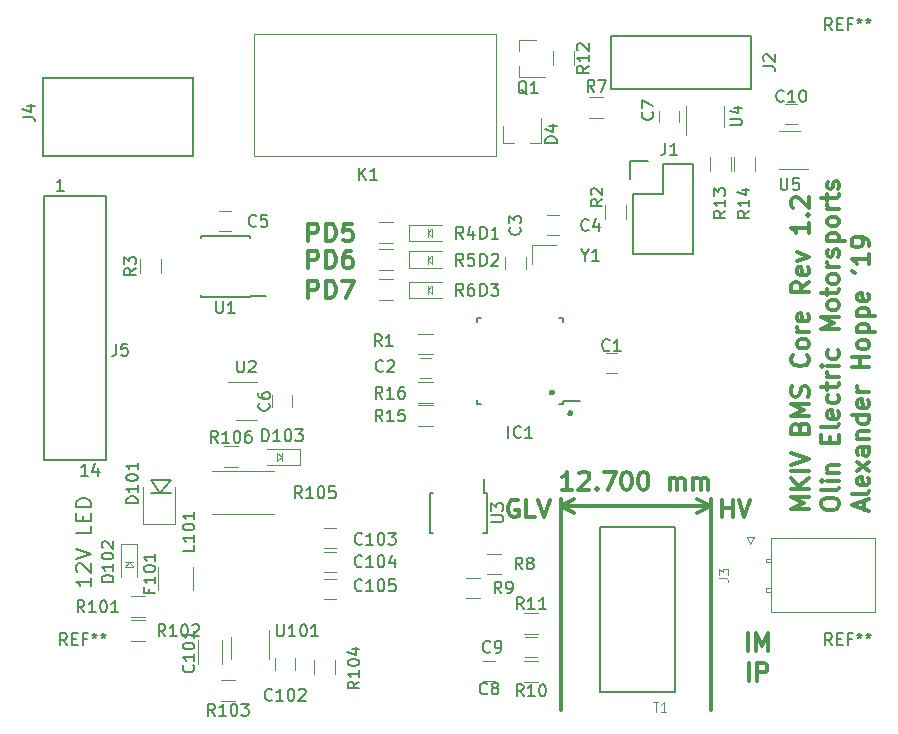
<source format=gto>
G04 #@! TF.GenerationSoftware,KiCad,Pcbnew,5.0.2-bee76a0~70~ubuntu16.04.1*
G04 #@! TF.CreationDate,2019-04-23T21:35:28-04:00*
G04 #@! TF.ProjectId,BMS_core,424d535f-636f-4726-952e-6b696361645f,rev?*
G04 #@! TF.SameCoordinates,Original*
G04 #@! TF.FileFunction,Legend,Top*
G04 #@! TF.FilePolarity,Positive*
%FSLAX46Y46*%
G04 Gerber Fmt 4.6, Leading zero omitted, Abs format (unit mm)*
G04 Created by KiCad (PCBNEW 5.0.2-bee76a0~70~ubuntu16.04.1) date Tue 23 Apr 2019 09:35:28 PM EDT*
%MOMM*%
%LPD*%
G01*
G04 APERTURE LIST*
%ADD10C,0.300000*%
%ADD11C,0.152400*%
%ADD12C,0.150000*%
%ADD13C,0.500000*%
%ADD14C,0.120000*%
%ADD15C,0.100000*%
%ADD16C,0.200000*%
G04 APERTURE END LIST*
D10*
X103917857Y-102908571D02*
X103917857Y-101408571D01*
X104632142Y-102908571D02*
X104632142Y-101408571D01*
X105132142Y-102480000D01*
X105632142Y-101408571D01*
X105632142Y-102908571D01*
X104025000Y-105458571D02*
X104025000Y-103958571D01*
X104739285Y-105458571D02*
X104739285Y-103958571D01*
X105310714Y-103958571D01*
X105453571Y-104030000D01*
X105525000Y-104101428D01*
X105596428Y-104244285D01*
X105596428Y-104458571D01*
X105525000Y-104601428D01*
X105453571Y-104672857D01*
X105310714Y-104744285D01*
X104739285Y-104744285D01*
X109126571Y-90887857D02*
X107626571Y-90887857D01*
X108698000Y-90387857D01*
X107626571Y-89887857D01*
X109126571Y-89887857D01*
X109126571Y-89173571D02*
X107626571Y-89173571D01*
X109126571Y-88316428D02*
X108269428Y-88959285D01*
X107626571Y-88316428D02*
X108483714Y-89173571D01*
X109126571Y-87673571D02*
X107626571Y-87673571D01*
X107626571Y-87173571D02*
X109126571Y-86673571D01*
X107626571Y-86173571D01*
X108340857Y-84030714D02*
X108412285Y-83816428D01*
X108483714Y-83745000D01*
X108626571Y-83673571D01*
X108840857Y-83673571D01*
X108983714Y-83745000D01*
X109055142Y-83816428D01*
X109126571Y-83959285D01*
X109126571Y-84530714D01*
X107626571Y-84530714D01*
X107626571Y-84030714D01*
X107698000Y-83887857D01*
X107769428Y-83816428D01*
X107912285Y-83745000D01*
X108055142Y-83745000D01*
X108198000Y-83816428D01*
X108269428Y-83887857D01*
X108340857Y-84030714D01*
X108340857Y-84530714D01*
X109126571Y-83030714D02*
X107626571Y-83030714D01*
X108698000Y-82530714D01*
X107626571Y-82030714D01*
X109126571Y-82030714D01*
X109055142Y-81387857D02*
X109126571Y-81173571D01*
X109126571Y-80816428D01*
X109055142Y-80673571D01*
X108983714Y-80602142D01*
X108840857Y-80530714D01*
X108698000Y-80530714D01*
X108555142Y-80602142D01*
X108483714Y-80673571D01*
X108412285Y-80816428D01*
X108340857Y-81102142D01*
X108269428Y-81245000D01*
X108198000Y-81316428D01*
X108055142Y-81387857D01*
X107912285Y-81387857D01*
X107769428Y-81316428D01*
X107698000Y-81245000D01*
X107626571Y-81102142D01*
X107626571Y-80745000D01*
X107698000Y-80530714D01*
X108983714Y-77887857D02*
X109055142Y-77959285D01*
X109126571Y-78173571D01*
X109126571Y-78316428D01*
X109055142Y-78530714D01*
X108912285Y-78673571D01*
X108769428Y-78745000D01*
X108483714Y-78816428D01*
X108269428Y-78816428D01*
X107983714Y-78745000D01*
X107840857Y-78673571D01*
X107698000Y-78530714D01*
X107626571Y-78316428D01*
X107626571Y-78173571D01*
X107698000Y-77959285D01*
X107769428Y-77887857D01*
X109126571Y-77030714D02*
X109055142Y-77173571D01*
X108983714Y-77245000D01*
X108840857Y-77316428D01*
X108412285Y-77316428D01*
X108269428Y-77245000D01*
X108198000Y-77173571D01*
X108126571Y-77030714D01*
X108126571Y-76816428D01*
X108198000Y-76673571D01*
X108269428Y-76602142D01*
X108412285Y-76530714D01*
X108840857Y-76530714D01*
X108983714Y-76602142D01*
X109055142Y-76673571D01*
X109126571Y-76816428D01*
X109126571Y-77030714D01*
X109126571Y-75887857D02*
X108126571Y-75887857D01*
X108412285Y-75887857D02*
X108269428Y-75816428D01*
X108198000Y-75745000D01*
X108126571Y-75602142D01*
X108126571Y-75459285D01*
X109055142Y-74387857D02*
X109126571Y-74530714D01*
X109126571Y-74816428D01*
X109055142Y-74959285D01*
X108912285Y-75030714D01*
X108340857Y-75030714D01*
X108198000Y-74959285D01*
X108126571Y-74816428D01*
X108126571Y-74530714D01*
X108198000Y-74387857D01*
X108340857Y-74316428D01*
X108483714Y-74316428D01*
X108626571Y-75030714D01*
X109126571Y-71673571D02*
X108412285Y-72173571D01*
X109126571Y-72530714D02*
X107626571Y-72530714D01*
X107626571Y-71959285D01*
X107698000Y-71816428D01*
X107769428Y-71745000D01*
X107912285Y-71673571D01*
X108126571Y-71673571D01*
X108269428Y-71745000D01*
X108340857Y-71816428D01*
X108412285Y-71959285D01*
X108412285Y-72530714D01*
X109055142Y-70459285D02*
X109126571Y-70602142D01*
X109126571Y-70887857D01*
X109055142Y-71030714D01*
X108912285Y-71102142D01*
X108340857Y-71102142D01*
X108198000Y-71030714D01*
X108126571Y-70887857D01*
X108126571Y-70602142D01*
X108198000Y-70459285D01*
X108340857Y-70387857D01*
X108483714Y-70387857D01*
X108626571Y-71102142D01*
X108126571Y-69887857D02*
X109126571Y-69530714D01*
X108126571Y-69173571D01*
X109126571Y-66673571D02*
X109126571Y-67530714D01*
X109126571Y-67102142D02*
X107626571Y-67102142D01*
X107840857Y-67245000D01*
X107983714Y-67387857D01*
X108055142Y-67530714D01*
X108983714Y-66030714D02*
X109055142Y-65959285D01*
X109126571Y-66030714D01*
X109055142Y-66102142D01*
X108983714Y-66030714D01*
X109126571Y-66030714D01*
X107769428Y-65387857D02*
X107698000Y-65316428D01*
X107626571Y-65173571D01*
X107626571Y-64816428D01*
X107698000Y-64673571D01*
X107769428Y-64602142D01*
X107912285Y-64530714D01*
X108055142Y-64530714D01*
X108269428Y-64602142D01*
X109126571Y-65459285D01*
X109126571Y-64530714D01*
X110176571Y-90602142D02*
X110176571Y-90316428D01*
X110248000Y-90173571D01*
X110390857Y-90030714D01*
X110676571Y-89959285D01*
X111176571Y-89959285D01*
X111462285Y-90030714D01*
X111605142Y-90173571D01*
X111676571Y-90316428D01*
X111676571Y-90602142D01*
X111605142Y-90745000D01*
X111462285Y-90887857D01*
X111176571Y-90959285D01*
X110676571Y-90959285D01*
X110390857Y-90887857D01*
X110248000Y-90745000D01*
X110176571Y-90602142D01*
X111676571Y-89102142D02*
X111605142Y-89245000D01*
X111462285Y-89316428D01*
X110176571Y-89316428D01*
X111676571Y-88530714D02*
X110676571Y-88530714D01*
X110176571Y-88530714D02*
X110248000Y-88602142D01*
X110319428Y-88530714D01*
X110248000Y-88459285D01*
X110176571Y-88530714D01*
X110319428Y-88530714D01*
X110676571Y-87816428D02*
X111676571Y-87816428D01*
X110819428Y-87816428D02*
X110748000Y-87745000D01*
X110676571Y-87602142D01*
X110676571Y-87387857D01*
X110748000Y-87245000D01*
X110890857Y-87173571D01*
X111676571Y-87173571D01*
X110890857Y-85316428D02*
X110890857Y-84816428D01*
X111676571Y-84602142D02*
X111676571Y-85316428D01*
X110176571Y-85316428D01*
X110176571Y-84602142D01*
X111676571Y-83745000D02*
X111605142Y-83887857D01*
X111462285Y-83959285D01*
X110176571Y-83959285D01*
X111605142Y-82602142D02*
X111676571Y-82745000D01*
X111676571Y-83030714D01*
X111605142Y-83173571D01*
X111462285Y-83245000D01*
X110890857Y-83245000D01*
X110748000Y-83173571D01*
X110676571Y-83030714D01*
X110676571Y-82745000D01*
X110748000Y-82602142D01*
X110890857Y-82530714D01*
X111033714Y-82530714D01*
X111176571Y-83245000D01*
X111605142Y-81245000D02*
X111676571Y-81387857D01*
X111676571Y-81673571D01*
X111605142Y-81816428D01*
X111533714Y-81887857D01*
X111390857Y-81959285D01*
X110962285Y-81959285D01*
X110819428Y-81887857D01*
X110748000Y-81816428D01*
X110676571Y-81673571D01*
X110676571Y-81387857D01*
X110748000Y-81245000D01*
X110676571Y-80816428D02*
X110676571Y-80245000D01*
X110176571Y-80602142D02*
X111462285Y-80602142D01*
X111605142Y-80530714D01*
X111676571Y-80387857D01*
X111676571Y-80245000D01*
X111676571Y-79745000D02*
X110676571Y-79745000D01*
X110962285Y-79745000D02*
X110819428Y-79673571D01*
X110748000Y-79602142D01*
X110676571Y-79459285D01*
X110676571Y-79316428D01*
X111676571Y-78816428D02*
X110676571Y-78816428D01*
X110176571Y-78816428D02*
X110248000Y-78887857D01*
X110319428Y-78816428D01*
X110248000Y-78745000D01*
X110176571Y-78816428D01*
X110319428Y-78816428D01*
X111605142Y-77459285D02*
X111676571Y-77602142D01*
X111676571Y-77887857D01*
X111605142Y-78030714D01*
X111533714Y-78102142D01*
X111390857Y-78173571D01*
X110962285Y-78173571D01*
X110819428Y-78102142D01*
X110748000Y-78030714D01*
X110676571Y-77887857D01*
X110676571Y-77602142D01*
X110748000Y-77459285D01*
X111676571Y-75673571D02*
X110176571Y-75673571D01*
X111248000Y-75173571D01*
X110176571Y-74673571D01*
X111676571Y-74673571D01*
X111676571Y-73745000D02*
X111605142Y-73887857D01*
X111533714Y-73959285D01*
X111390857Y-74030714D01*
X110962285Y-74030714D01*
X110819428Y-73959285D01*
X110748000Y-73887857D01*
X110676571Y-73745000D01*
X110676571Y-73530714D01*
X110748000Y-73387857D01*
X110819428Y-73316428D01*
X110962285Y-73245000D01*
X111390857Y-73245000D01*
X111533714Y-73316428D01*
X111605142Y-73387857D01*
X111676571Y-73530714D01*
X111676571Y-73745000D01*
X110676571Y-72816428D02*
X110676571Y-72245000D01*
X110176571Y-72602142D02*
X111462285Y-72602142D01*
X111605142Y-72530714D01*
X111676571Y-72387857D01*
X111676571Y-72245000D01*
X111676571Y-71530714D02*
X111605142Y-71673571D01*
X111533714Y-71745000D01*
X111390857Y-71816428D01*
X110962285Y-71816428D01*
X110819428Y-71745000D01*
X110748000Y-71673571D01*
X110676571Y-71530714D01*
X110676571Y-71316428D01*
X110748000Y-71173571D01*
X110819428Y-71102142D01*
X110962285Y-71030714D01*
X111390857Y-71030714D01*
X111533714Y-71102142D01*
X111605142Y-71173571D01*
X111676571Y-71316428D01*
X111676571Y-71530714D01*
X111676571Y-70387857D02*
X110676571Y-70387857D01*
X110962285Y-70387857D02*
X110819428Y-70316428D01*
X110748000Y-70245000D01*
X110676571Y-70102142D01*
X110676571Y-69959285D01*
X111605142Y-69530714D02*
X111676571Y-69387857D01*
X111676571Y-69102142D01*
X111605142Y-68959285D01*
X111462285Y-68887857D01*
X111390857Y-68887857D01*
X111248000Y-68959285D01*
X111176571Y-69102142D01*
X111176571Y-69316428D01*
X111105142Y-69459285D01*
X110962285Y-69530714D01*
X110890857Y-69530714D01*
X110748000Y-69459285D01*
X110676571Y-69316428D01*
X110676571Y-69102142D01*
X110748000Y-68959285D01*
X110676571Y-68245000D02*
X112176571Y-68245000D01*
X110748000Y-68245000D02*
X110676571Y-68102142D01*
X110676571Y-67816428D01*
X110748000Y-67673571D01*
X110819428Y-67602142D01*
X110962285Y-67530714D01*
X111390857Y-67530714D01*
X111533714Y-67602142D01*
X111605142Y-67673571D01*
X111676571Y-67816428D01*
X111676571Y-68102142D01*
X111605142Y-68245000D01*
X111676571Y-66673571D02*
X111605142Y-66816428D01*
X111533714Y-66887857D01*
X111390857Y-66959285D01*
X110962285Y-66959285D01*
X110819428Y-66887857D01*
X110748000Y-66816428D01*
X110676571Y-66673571D01*
X110676571Y-66459285D01*
X110748000Y-66316428D01*
X110819428Y-66245000D01*
X110962285Y-66173571D01*
X111390857Y-66173571D01*
X111533714Y-66245000D01*
X111605142Y-66316428D01*
X111676571Y-66459285D01*
X111676571Y-66673571D01*
X111676571Y-65530714D02*
X110676571Y-65530714D01*
X110962285Y-65530714D02*
X110819428Y-65459285D01*
X110748000Y-65387857D01*
X110676571Y-65245000D01*
X110676571Y-65102142D01*
X110676571Y-64816428D02*
X110676571Y-64245000D01*
X110176571Y-64602142D02*
X111462285Y-64602142D01*
X111605142Y-64530714D01*
X111676571Y-64387857D01*
X111676571Y-64245000D01*
X111605142Y-63816428D02*
X111676571Y-63673571D01*
X111676571Y-63387857D01*
X111605142Y-63245000D01*
X111462285Y-63173571D01*
X111390857Y-63173571D01*
X111248000Y-63245000D01*
X111176571Y-63387857D01*
X111176571Y-63602142D01*
X111105142Y-63745000D01*
X110962285Y-63816428D01*
X110890857Y-63816428D01*
X110748000Y-63745000D01*
X110676571Y-63602142D01*
X110676571Y-63387857D01*
X110748000Y-63245000D01*
X113798000Y-90959285D02*
X113798000Y-90245000D01*
X114226571Y-91102142D02*
X112726571Y-90602142D01*
X114226571Y-90102142D01*
X114226571Y-89387857D02*
X114155142Y-89530714D01*
X114012285Y-89602142D01*
X112726571Y-89602142D01*
X114155142Y-88245000D02*
X114226571Y-88387857D01*
X114226571Y-88673571D01*
X114155142Y-88816428D01*
X114012285Y-88887857D01*
X113440857Y-88887857D01*
X113298000Y-88816428D01*
X113226571Y-88673571D01*
X113226571Y-88387857D01*
X113298000Y-88245000D01*
X113440857Y-88173571D01*
X113583714Y-88173571D01*
X113726571Y-88887857D01*
X114226571Y-87673571D02*
X113226571Y-86887857D01*
X113226571Y-87673571D02*
X114226571Y-86887857D01*
X114226571Y-85673571D02*
X113440857Y-85673571D01*
X113298000Y-85745000D01*
X113226571Y-85887857D01*
X113226571Y-86173571D01*
X113298000Y-86316428D01*
X114155142Y-85673571D02*
X114226571Y-85816428D01*
X114226571Y-86173571D01*
X114155142Y-86316428D01*
X114012285Y-86387857D01*
X113869428Y-86387857D01*
X113726571Y-86316428D01*
X113655142Y-86173571D01*
X113655142Y-85816428D01*
X113583714Y-85673571D01*
X113226571Y-84959285D02*
X114226571Y-84959285D01*
X113369428Y-84959285D02*
X113298000Y-84887857D01*
X113226571Y-84745000D01*
X113226571Y-84530714D01*
X113298000Y-84387857D01*
X113440857Y-84316428D01*
X114226571Y-84316428D01*
X114226571Y-82959285D02*
X112726571Y-82959285D01*
X114155142Y-82959285D02*
X114226571Y-83102142D01*
X114226571Y-83387857D01*
X114155142Y-83530714D01*
X114083714Y-83602142D01*
X113940857Y-83673571D01*
X113512285Y-83673571D01*
X113369428Y-83602142D01*
X113298000Y-83530714D01*
X113226571Y-83387857D01*
X113226571Y-83102142D01*
X113298000Y-82959285D01*
X114155142Y-81673571D02*
X114226571Y-81816428D01*
X114226571Y-82102142D01*
X114155142Y-82245000D01*
X114012285Y-82316428D01*
X113440857Y-82316428D01*
X113298000Y-82245000D01*
X113226571Y-82102142D01*
X113226571Y-81816428D01*
X113298000Y-81673571D01*
X113440857Y-81602142D01*
X113583714Y-81602142D01*
X113726571Y-82316428D01*
X114226571Y-80959285D02*
X113226571Y-80959285D01*
X113512285Y-80959285D02*
X113369428Y-80887857D01*
X113298000Y-80816428D01*
X113226571Y-80673571D01*
X113226571Y-80530714D01*
X114226571Y-78887857D02*
X112726571Y-78887857D01*
X113440857Y-78887857D02*
X113440857Y-78030714D01*
X114226571Y-78030714D02*
X112726571Y-78030714D01*
X114226571Y-77102142D02*
X114155142Y-77245000D01*
X114083714Y-77316428D01*
X113940857Y-77387857D01*
X113512285Y-77387857D01*
X113369428Y-77316428D01*
X113298000Y-77245000D01*
X113226571Y-77102142D01*
X113226571Y-76887857D01*
X113298000Y-76745000D01*
X113369428Y-76673571D01*
X113512285Y-76602142D01*
X113940857Y-76602142D01*
X114083714Y-76673571D01*
X114155142Y-76745000D01*
X114226571Y-76887857D01*
X114226571Y-77102142D01*
X113226571Y-75959285D02*
X114726571Y-75959285D01*
X113298000Y-75959285D02*
X113226571Y-75816428D01*
X113226571Y-75530714D01*
X113298000Y-75387857D01*
X113369428Y-75316428D01*
X113512285Y-75245000D01*
X113940857Y-75245000D01*
X114083714Y-75316428D01*
X114155142Y-75387857D01*
X114226571Y-75530714D01*
X114226571Y-75816428D01*
X114155142Y-75959285D01*
X113226571Y-74602142D02*
X114726571Y-74602142D01*
X113298000Y-74602142D02*
X113226571Y-74459285D01*
X113226571Y-74173571D01*
X113298000Y-74030714D01*
X113369428Y-73959285D01*
X113512285Y-73887857D01*
X113940857Y-73887857D01*
X114083714Y-73959285D01*
X114155142Y-74030714D01*
X114226571Y-74173571D01*
X114226571Y-74459285D01*
X114155142Y-74602142D01*
X114155142Y-72673571D02*
X114226571Y-72816428D01*
X114226571Y-73102142D01*
X114155142Y-73245000D01*
X114012285Y-73316428D01*
X113440857Y-73316428D01*
X113298000Y-73245000D01*
X113226571Y-73102142D01*
X113226571Y-72816428D01*
X113298000Y-72673571D01*
X113440857Y-72602142D01*
X113583714Y-72602142D01*
X113726571Y-73316428D01*
X112726571Y-70745000D02*
X113012285Y-70887857D01*
X114226571Y-69316428D02*
X114226571Y-70173571D01*
X114226571Y-69745000D02*
X112726571Y-69745000D01*
X112940857Y-69887857D01*
X113083714Y-70030714D01*
X113155142Y-70173571D01*
X114226571Y-68602142D02*
X114226571Y-68316428D01*
X114155142Y-68173571D01*
X114083714Y-68102142D01*
X113869428Y-67959285D01*
X113583714Y-67887857D01*
X113012285Y-67887857D01*
X112869428Y-67959285D01*
X112798000Y-68030714D01*
X112726571Y-68173571D01*
X112726571Y-68459285D01*
X112798000Y-68602142D01*
X112869428Y-68673571D01*
X113012285Y-68745000D01*
X113369428Y-68745000D01*
X113512285Y-68673571D01*
X113583714Y-68602142D01*
X113655142Y-68459285D01*
X113655142Y-68173571D01*
X113583714Y-68030714D01*
X113512285Y-67959285D01*
X113369428Y-67887857D01*
X66722857Y-68242571D02*
X66722857Y-66742571D01*
X67294285Y-66742571D01*
X67437142Y-66814000D01*
X67508571Y-66885428D01*
X67580000Y-67028285D01*
X67580000Y-67242571D01*
X67508571Y-67385428D01*
X67437142Y-67456857D01*
X67294285Y-67528285D01*
X66722857Y-67528285D01*
X68222857Y-68242571D02*
X68222857Y-66742571D01*
X68580000Y-66742571D01*
X68794285Y-66814000D01*
X68937142Y-66956857D01*
X69008571Y-67099714D01*
X69080000Y-67385428D01*
X69080000Y-67599714D01*
X69008571Y-67885428D01*
X68937142Y-68028285D01*
X68794285Y-68171142D01*
X68580000Y-68242571D01*
X68222857Y-68242571D01*
X70437142Y-66742571D02*
X69722857Y-66742571D01*
X69651428Y-67456857D01*
X69722857Y-67385428D01*
X69865714Y-67314000D01*
X70222857Y-67314000D01*
X70365714Y-67385428D01*
X70437142Y-67456857D01*
X70508571Y-67599714D01*
X70508571Y-67956857D01*
X70437142Y-68099714D01*
X70365714Y-68171142D01*
X70222857Y-68242571D01*
X69865714Y-68242571D01*
X69722857Y-68171142D01*
X69651428Y-68099714D01*
X66722857Y-73068571D02*
X66722857Y-71568571D01*
X67294285Y-71568571D01*
X67437142Y-71640000D01*
X67508571Y-71711428D01*
X67580000Y-71854285D01*
X67580000Y-72068571D01*
X67508571Y-72211428D01*
X67437142Y-72282857D01*
X67294285Y-72354285D01*
X66722857Y-72354285D01*
X68222857Y-73068571D02*
X68222857Y-71568571D01*
X68580000Y-71568571D01*
X68794285Y-71640000D01*
X68937142Y-71782857D01*
X69008571Y-71925714D01*
X69080000Y-72211428D01*
X69080000Y-72425714D01*
X69008571Y-72711428D01*
X68937142Y-72854285D01*
X68794285Y-72997142D01*
X68580000Y-73068571D01*
X68222857Y-73068571D01*
X69580000Y-71568571D02*
X70580000Y-71568571D01*
X69937142Y-73068571D01*
X66722857Y-70528571D02*
X66722857Y-69028571D01*
X67294285Y-69028571D01*
X67437142Y-69100000D01*
X67508571Y-69171428D01*
X67580000Y-69314285D01*
X67580000Y-69528571D01*
X67508571Y-69671428D01*
X67437142Y-69742857D01*
X67294285Y-69814285D01*
X66722857Y-69814285D01*
X68222857Y-70528571D02*
X68222857Y-69028571D01*
X68580000Y-69028571D01*
X68794285Y-69100000D01*
X68937142Y-69242857D01*
X69008571Y-69385714D01*
X69080000Y-69671428D01*
X69080000Y-69885714D01*
X69008571Y-70171428D01*
X68937142Y-70314285D01*
X68794285Y-70457142D01*
X68580000Y-70528571D01*
X68222857Y-70528571D01*
X70365714Y-69028571D02*
X70080000Y-69028571D01*
X69937142Y-69100000D01*
X69865714Y-69171428D01*
X69722857Y-69385714D01*
X69651428Y-69671428D01*
X69651428Y-70242857D01*
X69722857Y-70385714D01*
X69794285Y-70457142D01*
X69937142Y-70528571D01*
X70222857Y-70528571D01*
X70365714Y-70457142D01*
X70437142Y-70385714D01*
X70508571Y-70242857D01*
X70508571Y-69885714D01*
X70437142Y-69742857D01*
X70365714Y-69671428D01*
X70222857Y-69600000D01*
X69937142Y-69600000D01*
X69794285Y-69671428D01*
X69722857Y-69742857D01*
X69651428Y-69885714D01*
X101798571Y-91610571D02*
X101798571Y-90110571D01*
X101798571Y-90824857D02*
X102655714Y-90824857D01*
X102655714Y-91610571D02*
X102655714Y-90110571D01*
X103155714Y-90110571D02*
X103655714Y-91610571D01*
X104155714Y-90110571D01*
X84486857Y-90182000D02*
X84344000Y-90110571D01*
X84129714Y-90110571D01*
X83915428Y-90182000D01*
X83772571Y-90324857D01*
X83701142Y-90467714D01*
X83629714Y-90753428D01*
X83629714Y-90967714D01*
X83701142Y-91253428D01*
X83772571Y-91396285D01*
X83915428Y-91539142D01*
X84129714Y-91610571D01*
X84272571Y-91610571D01*
X84486857Y-91539142D01*
X84558285Y-91467714D01*
X84558285Y-90967714D01*
X84272571Y-90967714D01*
X85915428Y-91610571D02*
X85201142Y-91610571D01*
X85201142Y-90110571D01*
X86201142Y-90110571D02*
X86701142Y-91610571D01*
X87201142Y-90110571D01*
X89098361Y-89256571D02*
X88241218Y-89256571D01*
X88669789Y-89256571D02*
X88669789Y-87756571D01*
X88526932Y-87970857D01*
X88384075Y-88113714D01*
X88241218Y-88185142D01*
X89669789Y-87899428D02*
X89741218Y-87828000D01*
X89884075Y-87756571D01*
X90241218Y-87756571D01*
X90384075Y-87828000D01*
X90455504Y-87899428D01*
X90526932Y-88042285D01*
X90526932Y-88185142D01*
X90455504Y-88399428D01*
X89598361Y-89256571D01*
X90526932Y-89256571D01*
X91169789Y-89113714D02*
X91241218Y-89185142D01*
X91169789Y-89256571D01*
X91098361Y-89185142D01*
X91169789Y-89113714D01*
X91169789Y-89256571D01*
X91741218Y-87756571D02*
X92741218Y-87756571D01*
X92098361Y-89256571D01*
X93598361Y-87756571D02*
X93741218Y-87756571D01*
X93884075Y-87828000D01*
X93955504Y-87899428D01*
X94026932Y-88042285D01*
X94098361Y-88328000D01*
X94098361Y-88685142D01*
X94026932Y-88970857D01*
X93955504Y-89113714D01*
X93884075Y-89185142D01*
X93741218Y-89256571D01*
X93598361Y-89256571D01*
X93455504Y-89185142D01*
X93384075Y-89113714D01*
X93312646Y-88970857D01*
X93241218Y-88685142D01*
X93241218Y-88328000D01*
X93312646Y-88042285D01*
X93384075Y-87899428D01*
X93455504Y-87828000D01*
X93598361Y-87756571D01*
X95026932Y-87756571D02*
X95169789Y-87756571D01*
X95312646Y-87828000D01*
X95384075Y-87899428D01*
X95455504Y-88042285D01*
X95526932Y-88328000D01*
X95526932Y-88685142D01*
X95455504Y-88970857D01*
X95384075Y-89113714D01*
X95312646Y-89185142D01*
X95169789Y-89256571D01*
X95026932Y-89256571D01*
X94884075Y-89185142D01*
X94812646Y-89113714D01*
X94741218Y-88970857D01*
X94669789Y-88685142D01*
X94669789Y-88328000D01*
X94741218Y-88042285D01*
X94812646Y-87899428D01*
X94884075Y-87828000D01*
X95026932Y-87756571D01*
X97312646Y-89256571D02*
X97312646Y-88256571D01*
X97312646Y-88399428D02*
X97384075Y-88328000D01*
X97526932Y-88256571D01*
X97741218Y-88256571D01*
X97884075Y-88328000D01*
X97955504Y-88470857D01*
X97955504Y-89256571D01*
X97955504Y-88470857D02*
X98026932Y-88328000D01*
X98169789Y-88256571D01*
X98384075Y-88256571D01*
X98526932Y-88328000D01*
X98598361Y-88470857D01*
X98598361Y-89256571D01*
X99312646Y-89256571D02*
X99312646Y-88256571D01*
X99312646Y-88399428D02*
X99384075Y-88328000D01*
X99526932Y-88256571D01*
X99741218Y-88256571D01*
X99884075Y-88328000D01*
X99955504Y-88470857D01*
X99955504Y-89256571D01*
X99955504Y-88470857D02*
X100026932Y-88328000D01*
X100169789Y-88256571D01*
X100384075Y-88256571D01*
X100526932Y-88328000D01*
X100598361Y-88470857D01*
X100598361Y-89256571D01*
X88105504Y-90678000D02*
X100805504Y-90678000D01*
X88105504Y-107937125D02*
X88105504Y-90091579D01*
X100805504Y-107937125D02*
X100805504Y-90091579D01*
X100805504Y-90678000D02*
X99679000Y-91264421D01*
X100805504Y-90678000D02*
X99679000Y-90091579D01*
X88105504Y-90678000D02*
X89232008Y-91264421D01*
X88105504Y-90678000D02*
X89232008Y-90091579D01*
D11*
X48326523Y-96719571D02*
X48326523Y-97445285D01*
X48326523Y-97082428D02*
X47056523Y-97082428D01*
X47237952Y-97203380D01*
X47358904Y-97324333D01*
X47419380Y-97445285D01*
X47177476Y-96235761D02*
X47117000Y-96175285D01*
X47056523Y-96054333D01*
X47056523Y-95751952D01*
X47117000Y-95631000D01*
X47177476Y-95570523D01*
X47298428Y-95510047D01*
X47419380Y-95510047D01*
X47600809Y-95570523D01*
X48326523Y-96296238D01*
X48326523Y-95510047D01*
X47056523Y-95147190D02*
X48326523Y-94723857D01*
X47056523Y-94300523D01*
X48326523Y-92304809D02*
X48326523Y-92909571D01*
X47056523Y-92909571D01*
X47661285Y-91881476D02*
X47661285Y-91458142D01*
X48326523Y-91276714D02*
X48326523Y-91881476D01*
X47056523Y-91881476D01*
X47056523Y-91276714D01*
X48326523Y-90732428D02*
X47056523Y-90732428D01*
X47056523Y-90430047D01*
X47117000Y-90248619D01*
X47237952Y-90127666D01*
X47358904Y-90067190D01*
X47600809Y-90006714D01*
X47782238Y-90006714D01*
X48024142Y-90067190D01*
X48145095Y-90127666D01*
X48266047Y-90248619D01*
X48326523Y-90430047D01*
X48326523Y-90732428D01*
D12*
G04 #@! TO.C,J1*
X94234000Y-64262000D02*
X94234000Y-69342000D01*
X93954000Y-61442000D02*
X95504000Y-61442000D01*
X96774000Y-61722000D02*
X96774000Y-64262000D01*
X96774000Y-64262000D02*
X94234000Y-64262000D01*
X94234000Y-69342000D02*
X99314000Y-69342000D01*
X99314000Y-69342000D02*
X99314000Y-64262000D01*
X93954000Y-61442000D02*
X93954000Y-62992000D01*
X99314000Y-61722000D02*
X96774000Y-61722000D01*
X99314000Y-64262000D02*
X99314000Y-61722000D01*
D13*
G04 #@! TO.C,IC1*
X87373057Y-81033842D02*
G75*
G03X87373057Y-81033842I-50800J0D01*
G01*
X88922457Y-82786442D02*
G75*
G03X88922457Y-82786442I-50800J0D01*
G01*
D12*
X88280257Y-82017242D02*
X88280257Y-81792242D01*
X81030257Y-82017242D02*
X81030257Y-81692242D01*
X81030257Y-74767242D02*
X81030257Y-75092242D01*
X88280257Y-74767242D02*
X88280257Y-75092242D01*
X88280257Y-82017242D02*
X87955257Y-82017242D01*
X88280257Y-74767242D02*
X87955257Y-74767242D01*
X81030257Y-74767242D02*
X81355257Y-74767242D01*
X81030257Y-82017242D02*
X81355257Y-82017242D01*
X88280257Y-81792242D02*
X89705257Y-81792242D01*
D14*
G04 #@! TO.C,C102*
X65620000Y-104513000D02*
X65620000Y-103513000D01*
X63920000Y-103513000D02*
X63920000Y-104513000D01*
G04 #@! TO.C,C104*
X69080000Y-94527000D02*
X68080000Y-94527000D01*
X68080000Y-96227000D02*
X69080000Y-96227000D01*
G04 #@! TO.C,C105*
X69080000Y-96813000D02*
X68080000Y-96813000D01*
X68080000Y-98513000D02*
X69080000Y-98513000D01*
D15*
G04 #@! TO.C,D103*
X64462000Y-86137000D02*
X64462000Y-86487000D01*
X64462000Y-86487000D02*
X64462000Y-86837000D01*
X64112000Y-86137000D02*
X64462000Y-86487000D01*
X64112000Y-86187000D02*
X64112000Y-86137000D01*
X64112000Y-86137000D02*
X64112000Y-86187000D01*
X64112000Y-86837000D02*
X64112000Y-86187000D01*
X64162000Y-86787000D02*
X64112000Y-86837000D01*
X64462000Y-86487000D02*
X64162000Y-86787000D01*
D14*
X66062000Y-87187000D02*
X66062000Y-85787000D01*
X66062000Y-85787000D02*
X63262000Y-85787000D01*
X66062000Y-87187000D02*
X63262000Y-87187000D01*
G04 #@! TO.C,F101*
X53999500Y-97779500D02*
X53999500Y-95779500D01*
X56959500Y-95779500D02*
X56959500Y-97779500D01*
G04 #@! TO.C,R101*
X51724000Y-98307000D02*
X52924000Y-98307000D01*
X52924000Y-100067000D02*
X51724000Y-100067000D01*
G04 #@! TO.C,R102*
X52924000Y-102099000D02*
X51724000Y-102099000D01*
X51724000Y-100339000D02*
X52924000Y-100339000D01*
G04 #@! TO.C,R106*
X60798000Y-87367000D02*
X59598000Y-87367000D01*
X59598000Y-85607000D02*
X60798000Y-85607000D01*
G04 #@! TO.C,U101*
X60150100Y-101779500D02*
X60150100Y-103579500D01*
X63370100Y-103579500D02*
X63370100Y-101129500D01*
G04 #@! TO.C,C101*
X59440000Y-103997000D02*
X59440000Y-101997000D01*
X57400000Y-101997000D02*
X57400000Y-103997000D01*
G04 #@! TO.C,C103*
X69080000Y-92495000D02*
X68080000Y-92495000D01*
X68080000Y-94195000D02*
X69080000Y-94195000D01*
D15*
G04 #@! TO.C,D102*
X51212000Y-95431000D02*
X51562000Y-95431000D01*
X51562000Y-95431000D02*
X51912000Y-95431000D01*
X51212000Y-95781000D02*
X51562000Y-95431000D01*
X51262000Y-95781000D02*
X51212000Y-95781000D01*
X51212000Y-95781000D02*
X51262000Y-95781000D01*
X51912000Y-95781000D02*
X51262000Y-95781000D01*
X51862000Y-95731000D02*
X51912000Y-95781000D01*
X51562000Y-95431000D02*
X51862000Y-95731000D01*
D14*
X52262000Y-93831000D02*
X50862000Y-93831000D01*
X50862000Y-93831000D02*
X50862000Y-96631000D01*
X52262000Y-93831000D02*
X52262000Y-96631000D01*
D16*
G04 #@! TO.C,D101*
X55102000Y-88427000D02*
X54202000Y-89527000D01*
X53402000Y-88427000D02*
X55102000Y-88427000D01*
X54202000Y-89527000D02*
X53402000Y-88427000D01*
X53402000Y-89527000D02*
X55102000Y-89527000D01*
D14*
X52768500Y-92202000D02*
X55435500Y-92202000D01*
X55435500Y-92202000D02*
X55435500Y-89027000D01*
X52768500Y-92202000D02*
X52768500Y-89027000D01*
G04 #@! TO.C,R103*
X59344000Y-105419000D02*
X60544000Y-105419000D01*
X60544000Y-107179000D02*
X59344000Y-107179000D01*
G04 #@! TO.C,R104*
X68952000Y-103667000D02*
X68952000Y-104867000D01*
X67192000Y-104867000D02*
X67192000Y-103667000D01*
G04 #@! TO.C,C1*
X92902257Y-77732742D02*
X91902257Y-77732742D01*
X91902257Y-79432742D02*
X92902257Y-79432742D01*
G04 #@! TO.C,C2*
X77154257Y-78113742D02*
X76154257Y-78113742D01*
X76154257Y-79813742D02*
X77154257Y-79813742D01*
G04 #@! TO.C,C3*
X85124257Y-70573742D02*
X85124257Y-69573742D01*
X83424257Y-69573742D02*
X83424257Y-70573742D01*
G04 #@! TO.C,C4*
X86949257Y-67748742D02*
X87949257Y-67748742D01*
X87949257Y-66048742D02*
X86949257Y-66048742D01*
G04 #@! TO.C,C5*
X59174000Y-67398000D02*
X60174000Y-67398000D01*
X60174000Y-65698000D02*
X59174000Y-65698000D01*
G04 #@! TO.C,R1*
X77254257Y-77811742D02*
X76054257Y-77811742D01*
X76054257Y-76051742D02*
X77254257Y-76051742D01*
G04 #@! TO.C,R2*
X91830000Y-66386000D02*
X91830000Y-65186000D01*
X93590000Y-65186000D02*
X93590000Y-66386000D01*
G04 #@! TO.C,R3*
X52460000Y-70958000D02*
X52460000Y-69758000D01*
X54220000Y-69758000D02*
X54220000Y-70958000D01*
D12*
G04 #@! TO.C,T1*
X97790000Y-92456000D02*
X97790000Y-106426000D01*
X91440000Y-106426000D02*
X91440000Y-92456000D01*
X97790000Y-106426000D02*
X91440000Y-106426000D01*
X91440000Y-92456000D02*
X97790000Y-92456000D01*
G04 #@! TO.C,U1*
X61765000Y-72933000D02*
X61765000Y-72883000D01*
X57615000Y-72933000D02*
X57615000Y-72788000D01*
X57615000Y-67783000D02*
X57615000Y-67928000D01*
X61765000Y-67783000D02*
X61765000Y-67928000D01*
X61765000Y-72933000D02*
X57615000Y-72933000D01*
X61765000Y-67783000D02*
X57615000Y-67783000D01*
X61765000Y-72883000D02*
X63165000Y-72883000D01*
D15*
G04 #@! TO.C,Y1*
X85678804Y-68579681D02*
X87678804Y-68579681D01*
X85678804Y-68579681D02*
X85678804Y-70179681D01*
D14*
G04 #@! TO.C,R105*
X63814000Y-91355000D02*
X58614000Y-91355000D01*
X58614000Y-87715000D02*
X63814000Y-87715000D01*
G04 #@! TO.C,C7*
X96432000Y-57174000D02*
X96432000Y-58174000D01*
X98132000Y-58174000D02*
X98132000Y-57174000D01*
G04 #@! TO.C,C8*
X81542000Y-105498000D02*
X82542000Y-105498000D01*
X82542000Y-103798000D02*
X81542000Y-103798000D01*
G04 #@! TO.C,C9*
X86098000Y-101766000D02*
X85098000Y-101766000D01*
X85098000Y-103466000D02*
X86098000Y-103466000D01*
G04 #@! TO.C,C10*
X108117570Y-56647448D02*
X107117570Y-56647448D01*
X107117570Y-58347448D02*
X108117570Y-58347448D01*
D15*
G04 #@! TO.C,D1*
X76835257Y-67883742D02*
X76835257Y-67533742D01*
X76835257Y-67533742D02*
X76835257Y-67183742D01*
X77185257Y-67883742D02*
X76835257Y-67533742D01*
X77185257Y-67833742D02*
X77185257Y-67883742D01*
X77185257Y-67883742D02*
X77185257Y-67833742D01*
X77185257Y-67183742D02*
X77185257Y-67833742D01*
X77135257Y-67233742D02*
X77185257Y-67183742D01*
X76835257Y-67533742D02*
X77135257Y-67233742D01*
D14*
X75235257Y-66833742D02*
X75235257Y-68233742D01*
X75235257Y-68233742D02*
X78035257Y-68233742D01*
X75235257Y-66833742D02*
X78035257Y-66833742D01*
G04 #@! TO.C,D2*
X75235257Y-69094976D02*
X78035257Y-69094976D01*
X75235257Y-70494976D02*
X78035257Y-70494976D01*
X75235257Y-69094976D02*
X75235257Y-70494976D01*
D15*
X76835257Y-69794976D02*
X77135257Y-69494976D01*
X77135257Y-69494976D02*
X77185257Y-69444976D01*
X77185257Y-69444976D02*
X77185257Y-70094976D01*
X77185257Y-70144976D02*
X77185257Y-70094976D01*
X77185257Y-70094976D02*
X77185257Y-70144976D01*
X77185257Y-70144976D02*
X76835257Y-69794976D01*
X76835257Y-69794976D02*
X76835257Y-69444976D01*
X76835257Y-70144976D02*
X76835257Y-69794976D01*
G04 #@! TO.C,D3*
X76835257Y-72709742D02*
X76835257Y-72359742D01*
X76835257Y-72359742D02*
X76835257Y-72009742D01*
X77185257Y-72709742D02*
X76835257Y-72359742D01*
X77185257Y-72659742D02*
X77185257Y-72709742D01*
X77185257Y-72709742D02*
X77185257Y-72659742D01*
X77185257Y-72009742D02*
X77185257Y-72659742D01*
X77135257Y-72059742D02*
X77185257Y-72009742D01*
X76835257Y-72359742D02*
X77135257Y-72059742D01*
D14*
X75235257Y-71659742D02*
X75235257Y-73059742D01*
X75235257Y-73059742D02*
X78035257Y-73059742D01*
X75235257Y-71659742D02*
X78035257Y-71659742D01*
G04 #@! TO.C,D4*
X83256000Y-59942000D02*
X84186000Y-59942000D01*
X86416000Y-59942000D02*
X85486000Y-59942000D01*
X86416000Y-59942000D02*
X86416000Y-57782000D01*
X83256000Y-59942000D02*
X83256000Y-58482000D01*
D12*
G04 #@! TO.C,J2*
X92348000Y-50878000D02*
X92348000Y-55378000D01*
X92348000Y-55378000D02*
X104248000Y-55378000D01*
X104248000Y-50878000D02*
X92348000Y-50878000D01*
X104248000Y-50878000D02*
X104248000Y-55378000D01*
D14*
G04 #@! TO.C,J3*
X114670000Y-93380000D02*
X105910000Y-93380000D01*
X105910000Y-93380000D02*
X105910000Y-99620000D01*
X105910000Y-99620000D02*
X114670000Y-99620000D01*
X114670000Y-99620000D02*
X114670000Y-93380000D01*
X105910000Y-95100000D02*
X105440000Y-95100000D01*
X105440000Y-95100000D02*
X105440000Y-95400000D01*
X105440000Y-95400000D02*
X105910000Y-95400000D01*
X105910000Y-95400000D02*
X105910000Y-95100000D01*
X105910000Y-97600000D02*
X105440000Y-97600000D01*
X105440000Y-97600000D02*
X105440000Y-97900000D01*
X105440000Y-97900000D02*
X105910000Y-97900000D01*
X105910000Y-97900000D02*
X105910000Y-97600000D01*
X104140000Y-93850000D02*
X103840000Y-93250000D01*
X103840000Y-93250000D02*
X104440000Y-93250000D01*
X104440000Y-93250000D02*
X104140000Y-93850000D01*
D12*
G04 #@! TO.C,J5*
X44340000Y-86760000D02*
X49640000Y-86760000D01*
X44340000Y-64370000D02*
X49640000Y-64370000D01*
X44340000Y-86760000D02*
X44340000Y-64370000D01*
X49640000Y-86760000D02*
X49640000Y-64370000D01*
D14*
G04 #@! TO.C,K1*
X82610000Y-50730000D02*
X62170000Y-50730000D01*
X62170000Y-50730000D02*
X62170000Y-61030000D01*
X82610000Y-50730000D02*
X82610000Y-61030000D01*
X82610000Y-61030000D02*
X62170000Y-61030000D01*
G04 #@! TO.C,Q1*
X84584147Y-51169166D02*
X84584147Y-52099166D01*
X84584147Y-54329166D02*
X84584147Y-53399166D01*
X84584147Y-54329166D02*
X86744147Y-54329166D01*
X84584147Y-51169166D02*
X86044147Y-51169166D01*
G04 #@! TO.C,R4*
X73875928Y-68388976D02*
X72675928Y-68388976D01*
X72675928Y-66628976D02*
X73875928Y-66628976D01*
G04 #@! TO.C,R5*
X72675928Y-68914976D02*
X73875928Y-68914976D01*
X73875928Y-70674976D02*
X72675928Y-70674976D01*
G04 #@! TO.C,R6*
X72675928Y-71454976D02*
X73875928Y-71454976D01*
X73875928Y-73214976D02*
X72675928Y-73214976D01*
G04 #@! TO.C,R7*
X91720000Y-57776000D02*
X90520000Y-57776000D01*
X90520000Y-56016000D02*
X91720000Y-56016000D01*
G04 #@! TO.C,R8*
X83071511Y-96445383D02*
X81871511Y-96445383D01*
X81871511Y-94685383D02*
X83071511Y-94685383D01*
G04 #@! TO.C,R9*
X80093511Y-96717383D02*
X81293511Y-96717383D01*
X81293511Y-98477383D02*
X80093511Y-98477383D01*
G04 #@! TO.C,R10*
X84998000Y-103768000D02*
X86198000Y-103768000D01*
X86198000Y-105528000D02*
X84998000Y-105528000D01*
G04 #@! TO.C,R11*
X84998000Y-99704000D02*
X86198000Y-99704000D01*
X86198000Y-101464000D02*
X84998000Y-101464000D01*
G04 #@! TO.C,R12*
X87478147Y-53349166D02*
X87478147Y-52149166D01*
X89238147Y-52149166D02*
X89238147Y-53349166D01*
G04 #@! TO.C,R13*
X102480000Y-61122000D02*
X102480000Y-62322000D01*
X100720000Y-62322000D02*
X100720000Y-61122000D01*
G04 #@! TO.C,R14*
X104512000Y-61122000D02*
X104512000Y-62322000D01*
X102752000Y-62322000D02*
X102752000Y-61122000D01*
D12*
G04 #@! TO.C,U3*
X81848511Y-89572383D02*
X81623511Y-89572383D01*
X81848511Y-92922383D02*
X81548511Y-92922383D01*
X76998511Y-92922383D02*
X77298511Y-92922383D01*
X76998511Y-89572383D02*
X77298511Y-89572383D01*
X81848511Y-89572383D02*
X81848511Y-92922383D01*
X76998511Y-89572383D02*
X76998511Y-92922383D01*
X81623511Y-89572383D02*
X81623511Y-88347383D01*
D14*
G04 #@! TO.C,U4*
X101940000Y-58558000D02*
X101940000Y-56758000D01*
X98720000Y-56758000D02*
X98720000Y-59208000D01*
G04 #@! TO.C,U5*
X106590570Y-62155448D02*
X109040570Y-62155448D01*
X108390570Y-58935448D02*
X106590570Y-58935448D01*
G04 #@! TO.C,U2*
X60568000Y-83398000D02*
X62368000Y-83398000D01*
X62368000Y-80178000D02*
X59918000Y-80178000D01*
G04 #@! TO.C,C6*
X63666000Y-81288000D02*
X63666000Y-82288000D01*
X65366000Y-82288000D02*
X65366000Y-81288000D01*
G04 #@! TO.C,R15*
X76047000Y-82127200D02*
X77247000Y-82127200D01*
X77247000Y-83887200D02*
X76047000Y-83887200D01*
G04 #@! TO.C,R16*
X77247000Y-81931400D02*
X76047000Y-81931400D01*
X76047000Y-80171400D02*
X77247000Y-80171400D01*
D12*
G04 #@! TO.C,J4*
X56900000Y-54375000D02*
X44300000Y-54375000D01*
X44300000Y-61025000D02*
X56900000Y-61025000D01*
X44302600Y-61027400D02*
X44302600Y-54372600D01*
X56926400Y-61027400D02*
X56926400Y-54372600D01*
G04 #@! TO.C,J1*
X96948666Y-59904380D02*
X96948666Y-60618666D01*
X96901047Y-60761523D01*
X96805809Y-60856761D01*
X96662952Y-60904380D01*
X96567714Y-60904380D01*
X97948666Y-60904380D02*
X97377238Y-60904380D01*
X97662952Y-60904380D02*
X97662952Y-59904380D01*
X97567714Y-60047238D01*
X97472476Y-60142476D01*
X97377238Y-60190095D01*
G04 #@! TO.C,IC1*
X83679066Y-84894622D02*
X83679066Y-83894622D01*
X84726685Y-84799384D02*
X84679066Y-84847003D01*
X84536209Y-84894622D01*
X84440971Y-84894622D01*
X84298114Y-84847003D01*
X84202876Y-84751765D01*
X84155257Y-84656527D01*
X84107637Y-84466051D01*
X84107637Y-84323194D01*
X84155257Y-84132718D01*
X84202876Y-84037480D01*
X84298114Y-83942242D01*
X84440971Y-83894622D01*
X84536209Y-83894622D01*
X84679066Y-83942242D01*
X84726685Y-83989861D01*
X85679066Y-84894622D02*
X85107637Y-84894622D01*
X85393352Y-84894622D02*
X85393352Y-83894622D01*
X85298114Y-84037480D01*
X85202876Y-84132718D01*
X85107637Y-84180337D01*
G04 #@! TO.C,C102*
X63650952Y-107037142D02*
X63603333Y-107084761D01*
X63460476Y-107132380D01*
X63365238Y-107132380D01*
X63222380Y-107084761D01*
X63127142Y-106989523D01*
X63079523Y-106894285D01*
X63031904Y-106703809D01*
X63031904Y-106560952D01*
X63079523Y-106370476D01*
X63127142Y-106275238D01*
X63222380Y-106180000D01*
X63365238Y-106132380D01*
X63460476Y-106132380D01*
X63603333Y-106180000D01*
X63650952Y-106227619D01*
X64603333Y-107132380D02*
X64031904Y-107132380D01*
X64317619Y-107132380D02*
X64317619Y-106132380D01*
X64222380Y-106275238D01*
X64127142Y-106370476D01*
X64031904Y-106418095D01*
X65222380Y-106132380D02*
X65317619Y-106132380D01*
X65412857Y-106180000D01*
X65460476Y-106227619D01*
X65508095Y-106322857D01*
X65555714Y-106513333D01*
X65555714Y-106751428D01*
X65508095Y-106941904D01*
X65460476Y-107037142D01*
X65412857Y-107084761D01*
X65317619Y-107132380D01*
X65222380Y-107132380D01*
X65127142Y-107084761D01*
X65079523Y-107037142D01*
X65031904Y-106941904D01*
X64984285Y-106751428D01*
X64984285Y-106513333D01*
X65031904Y-106322857D01*
X65079523Y-106227619D01*
X65127142Y-106180000D01*
X65222380Y-106132380D01*
X65936666Y-106227619D02*
X65984285Y-106180000D01*
X66079523Y-106132380D01*
X66317619Y-106132380D01*
X66412857Y-106180000D01*
X66460476Y-106227619D01*
X66508095Y-106322857D01*
X66508095Y-106418095D01*
X66460476Y-106560952D01*
X65889047Y-107132380D01*
X66508095Y-107132380D01*
G04 #@! TO.C,C104*
X71270952Y-95734142D02*
X71223333Y-95781761D01*
X71080476Y-95829380D01*
X70985238Y-95829380D01*
X70842380Y-95781761D01*
X70747142Y-95686523D01*
X70699523Y-95591285D01*
X70651904Y-95400809D01*
X70651904Y-95257952D01*
X70699523Y-95067476D01*
X70747142Y-94972238D01*
X70842380Y-94877000D01*
X70985238Y-94829380D01*
X71080476Y-94829380D01*
X71223333Y-94877000D01*
X71270952Y-94924619D01*
X72223333Y-95829380D02*
X71651904Y-95829380D01*
X71937619Y-95829380D02*
X71937619Y-94829380D01*
X71842380Y-94972238D01*
X71747142Y-95067476D01*
X71651904Y-95115095D01*
X72842380Y-94829380D02*
X72937619Y-94829380D01*
X73032857Y-94877000D01*
X73080476Y-94924619D01*
X73128095Y-95019857D01*
X73175714Y-95210333D01*
X73175714Y-95448428D01*
X73128095Y-95638904D01*
X73080476Y-95734142D01*
X73032857Y-95781761D01*
X72937619Y-95829380D01*
X72842380Y-95829380D01*
X72747142Y-95781761D01*
X72699523Y-95734142D01*
X72651904Y-95638904D01*
X72604285Y-95448428D01*
X72604285Y-95210333D01*
X72651904Y-95019857D01*
X72699523Y-94924619D01*
X72747142Y-94877000D01*
X72842380Y-94829380D01*
X74032857Y-95162714D02*
X74032857Y-95829380D01*
X73794761Y-94781761D02*
X73556666Y-95496047D01*
X74175714Y-95496047D01*
G04 #@! TO.C,C105*
X71270952Y-97766142D02*
X71223333Y-97813761D01*
X71080476Y-97861380D01*
X70985238Y-97861380D01*
X70842380Y-97813761D01*
X70747142Y-97718523D01*
X70699523Y-97623285D01*
X70651904Y-97432809D01*
X70651904Y-97289952D01*
X70699523Y-97099476D01*
X70747142Y-97004238D01*
X70842380Y-96909000D01*
X70985238Y-96861380D01*
X71080476Y-96861380D01*
X71223333Y-96909000D01*
X71270952Y-96956619D01*
X72223333Y-97861380D02*
X71651904Y-97861380D01*
X71937619Y-97861380D02*
X71937619Y-96861380D01*
X71842380Y-97004238D01*
X71747142Y-97099476D01*
X71651904Y-97147095D01*
X72842380Y-96861380D02*
X72937619Y-96861380D01*
X73032857Y-96909000D01*
X73080476Y-96956619D01*
X73128095Y-97051857D01*
X73175714Y-97242333D01*
X73175714Y-97480428D01*
X73128095Y-97670904D01*
X73080476Y-97766142D01*
X73032857Y-97813761D01*
X72937619Y-97861380D01*
X72842380Y-97861380D01*
X72747142Y-97813761D01*
X72699523Y-97766142D01*
X72651904Y-97670904D01*
X72604285Y-97480428D01*
X72604285Y-97242333D01*
X72651904Y-97051857D01*
X72699523Y-96956619D01*
X72747142Y-96909000D01*
X72842380Y-96861380D01*
X74080476Y-96861380D02*
X73604285Y-96861380D01*
X73556666Y-97337571D01*
X73604285Y-97289952D01*
X73699523Y-97242333D01*
X73937619Y-97242333D01*
X74032857Y-97289952D01*
X74080476Y-97337571D01*
X74128095Y-97432809D01*
X74128095Y-97670904D01*
X74080476Y-97766142D01*
X74032857Y-97813761D01*
X73937619Y-97861380D01*
X73699523Y-97861380D01*
X73604285Y-97813761D01*
X73556666Y-97766142D01*
G04 #@! TO.C,D103*
X62825523Y-85161380D02*
X62825523Y-84161380D01*
X63063619Y-84161380D01*
X63206476Y-84209000D01*
X63301714Y-84304238D01*
X63349333Y-84399476D01*
X63396952Y-84589952D01*
X63396952Y-84732809D01*
X63349333Y-84923285D01*
X63301714Y-85018523D01*
X63206476Y-85113761D01*
X63063619Y-85161380D01*
X62825523Y-85161380D01*
X64349333Y-85161380D02*
X63777904Y-85161380D01*
X64063619Y-85161380D02*
X64063619Y-84161380D01*
X63968380Y-84304238D01*
X63873142Y-84399476D01*
X63777904Y-84447095D01*
X64968380Y-84161380D02*
X65063619Y-84161380D01*
X65158857Y-84209000D01*
X65206476Y-84256619D01*
X65254095Y-84351857D01*
X65301714Y-84542333D01*
X65301714Y-84780428D01*
X65254095Y-84970904D01*
X65206476Y-85066142D01*
X65158857Y-85113761D01*
X65063619Y-85161380D01*
X64968380Y-85161380D01*
X64873142Y-85113761D01*
X64825523Y-85066142D01*
X64777904Y-84970904D01*
X64730285Y-84780428D01*
X64730285Y-84542333D01*
X64777904Y-84351857D01*
X64825523Y-84256619D01*
X64873142Y-84209000D01*
X64968380Y-84161380D01*
X65635047Y-84161380D02*
X66254095Y-84161380D01*
X65920761Y-84542333D01*
X66063619Y-84542333D01*
X66158857Y-84589952D01*
X66206476Y-84637571D01*
X66254095Y-84732809D01*
X66254095Y-84970904D01*
X66206476Y-85066142D01*
X66158857Y-85113761D01*
X66063619Y-85161380D01*
X65777904Y-85161380D01*
X65682666Y-85113761D01*
X65635047Y-85066142D01*
G04 #@! TO.C,F101*
X53268571Y-97678714D02*
X53268571Y-98012047D01*
X53792380Y-98012047D02*
X52792380Y-98012047D01*
X52792380Y-97535857D01*
X53792380Y-96631095D02*
X53792380Y-97202523D01*
X53792380Y-96916809D02*
X52792380Y-96916809D01*
X52935238Y-97012047D01*
X53030476Y-97107285D01*
X53078095Y-97202523D01*
X52792380Y-96012047D02*
X52792380Y-95916809D01*
X52840000Y-95821571D01*
X52887619Y-95773952D01*
X52982857Y-95726333D01*
X53173333Y-95678714D01*
X53411428Y-95678714D01*
X53601904Y-95726333D01*
X53697142Y-95773952D01*
X53744761Y-95821571D01*
X53792380Y-95916809D01*
X53792380Y-96012047D01*
X53744761Y-96107285D01*
X53697142Y-96154904D01*
X53601904Y-96202523D01*
X53411428Y-96250142D01*
X53173333Y-96250142D01*
X52982857Y-96202523D01*
X52887619Y-96154904D01*
X52840000Y-96107285D01*
X52792380Y-96012047D01*
X53792380Y-94726333D02*
X53792380Y-95297761D01*
X53792380Y-95012047D02*
X52792380Y-95012047D01*
X52935238Y-95107285D01*
X53030476Y-95202523D01*
X53078095Y-95297761D01*
G04 #@! TO.C,L101*
X57094380Y-93956047D02*
X57094380Y-94432238D01*
X56094380Y-94432238D01*
X57094380Y-93098904D02*
X57094380Y-93670333D01*
X57094380Y-93384619D02*
X56094380Y-93384619D01*
X56237238Y-93479857D01*
X56332476Y-93575095D01*
X56380095Y-93670333D01*
X56094380Y-92479857D02*
X56094380Y-92384619D01*
X56142000Y-92289380D01*
X56189619Y-92241761D01*
X56284857Y-92194142D01*
X56475333Y-92146523D01*
X56713428Y-92146523D01*
X56903904Y-92194142D01*
X56999142Y-92241761D01*
X57046761Y-92289380D01*
X57094380Y-92384619D01*
X57094380Y-92479857D01*
X57046761Y-92575095D01*
X56999142Y-92622714D01*
X56903904Y-92670333D01*
X56713428Y-92717952D01*
X56475333Y-92717952D01*
X56284857Y-92670333D01*
X56189619Y-92622714D01*
X56142000Y-92575095D01*
X56094380Y-92479857D01*
X57094380Y-91194142D02*
X57094380Y-91765571D01*
X57094380Y-91479857D02*
X56094380Y-91479857D01*
X56237238Y-91575095D01*
X56332476Y-91670333D01*
X56380095Y-91765571D01*
G04 #@! TO.C,R101*
X47775952Y-99639380D02*
X47442619Y-99163190D01*
X47204523Y-99639380D02*
X47204523Y-98639380D01*
X47585476Y-98639380D01*
X47680714Y-98687000D01*
X47728333Y-98734619D01*
X47775952Y-98829857D01*
X47775952Y-98972714D01*
X47728333Y-99067952D01*
X47680714Y-99115571D01*
X47585476Y-99163190D01*
X47204523Y-99163190D01*
X48728333Y-99639380D02*
X48156904Y-99639380D01*
X48442619Y-99639380D02*
X48442619Y-98639380D01*
X48347380Y-98782238D01*
X48252142Y-98877476D01*
X48156904Y-98925095D01*
X49347380Y-98639380D02*
X49442619Y-98639380D01*
X49537857Y-98687000D01*
X49585476Y-98734619D01*
X49633095Y-98829857D01*
X49680714Y-99020333D01*
X49680714Y-99258428D01*
X49633095Y-99448904D01*
X49585476Y-99544142D01*
X49537857Y-99591761D01*
X49442619Y-99639380D01*
X49347380Y-99639380D01*
X49252142Y-99591761D01*
X49204523Y-99544142D01*
X49156904Y-99448904D01*
X49109285Y-99258428D01*
X49109285Y-99020333D01*
X49156904Y-98829857D01*
X49204523Y-98734619D01*
X49252142Y-98687000D01*
X49347380Y-98639380D01*
X50633095Y-99639380D02*
X50061666Y-99639380D01*
X50347380Y-99639380D02*
X50347380Y-98639380D01*
X50252142Y-98782238D01*
X50156904Y-98877476D01*
X50061666Y-98925095D01*
G04 #@! TO.C,R102*
X54633952Y-101671380D02*
X54300619Y-101195190D01*
X54062523Y-101671380D02*
X54062523Y-100671380D01*
X54443476Y-100671380D01*
X54538714Y-100719000D01*
X54586333Y-100766619D01*
X54633952Y-100861857D01*
X54633952Y-101004714D01*
X54586333Y-101099952D01*
X54538714Y-101147571D01*
X54443476Y-101195190D01*
X54062523Y-101195190D01*
X55586333Y-101671380D02*
X55014904Y-101671380D01*
X55300619Y-101671380D02*
X55300619Y-100671380D01*
X55205380Y-100814238D01*
X55110142Y-100909476D01*
X55014904Y-100957095D01*
X56205380Y-100671380D02*
X56300619Y-100671380D01*
X56395857Y-100719000D01*
X56443476Y-100766619D01*
X56491095Y-100861857D01*
X56538714Y-101052333D01*
X56538714Y-101290428D01*
X56491095Y-101480904D01*
X56443476Y-101576142D01*
X56395857Y-101623761D01*
X56300619Y-101671380D01*
X56205380Y-101671380D01*
X56110142Y-101623761D01*
X56062523Y-101576142D01*
X56014904Y-101480904D01*
X55967285Y-101290428D01*
X55967285Y-101052333D01*
X56014904Y-100861857D01*
X56062523Y-100766619D01*
X56110142Y-100719000D01*
X56205380Y-100671380D01*
X56919666Y-100766619D02*
X56967285Y-100719000D01*
X57062523Y-100671380D01*
X57300619Y-100671380D01*
X57395857Y-100719000D01*
X57443476Y-100766619D01*
X57491095Y-100861857D01*
X57491095Y-100957095D01*
X57443476Y-101099952D01*
X56872047Y-101671380D01*
X57491095Y-101671380D01*
G04 #@! TO.C,R106*
X59078952Y-85289380D02*
X58745619Y-84813190D01*
X58507523Y-85289380D02*
X58507523Y-84289380D01*
X58888476Y-84289380D01*
X58983714Y-84337000D01*
X59031333Y-84384619D01*
X59078952Y-84479857D01*
X59078952Y-84622714D01*
X59031333Y-84717952D01*
X58983714Y-84765571D01*
X58888476Y-84813190D01*
X58507523Y-84813190D01*
X60031333Y-85289380D02*
X59459904Y-85289380D01*
X59745619Y-85289380D02*
X59745619Y-84289380D01*
X59650380Y-84432238D01*
X59555142Y-84527476D01*
X59459904Y-84575095D01*
X60650380Y-84289380D02*
X60745619Y-84289380D01*
X60840857Y-84337000D01*
X60888476Y-84384619D01*
X60936095Y-84479857D01*
X60983714Y-84670333D01*
X60983714Y-84908428D01*
X60936095Y-85098904D01*
X60888476Y-85194142D01*
X60840857Y-85241761D01*
X60745619Y-85289380D01*
X60650380Y-85289380D01*
X60555142Y-85241761D01*
X60507523Y-85194142D01*
X60459904Y-85098904D01*
X60412285Y-84908428D01*
X60412285Y-84670333D01*
X60459904Y-84479857D01*
X60507523Y-84384619D01*
X60555142Y-84337000D01*
X60650380Y-84289380D01*
X61840857Y-84289380D02*
X61650380Y-84289380D01*
X61555142Y-84337000D01*
X61507523Y-84384619D01*
X61412285Y-84527476D01*
X61364666Y-84717952D01*
X61364666Y-85098904D01*
X61412285Y-85194142D01*
X61459904Y-85241761D01*
X61555142Y-85289380D01*
X61745619Y-85289380D01*
X61840857Y-85241761D01*
X61888476Y-85194142D01*
X61936095Y-85098904D01*
X61936095Y-84860809D01*
X61888476Y-84765571D01*
X61840857Y-84717952D01*
X61745619Y-84670333D01*
X61555142Y-84670333D01*
X61459904Y-84717952D01*
X61412285Y-84765571D01*
X61364666Y-84860809D01*
G04 #@! TO.C,U101*
X64071714Y-100671380D02*
X64071714Y-101480904D01*
X64119333Y-101576142D01*
X64166952Y-101623761D01*
X64262190Y-101671380D01*
X64452666Y-101671380D01*
X64547904Y-101623761D01*
X64595523Y-101576142D01*
X64643142Y-101480904D01*
X64643142Y-100671380D01*
X65643142Y-101671380D02*
X65071714Y-101671380D01*
X65357428Y-101671380D02*
X65357428Y-100671380D01*
X65262190Y-100814238D01*
X65166952Y-100909476D01*
X65071714Y-100957095D01*
X66262190Y-100671380D02*
X66357428Y-100671380D01*
X66452666Y-100719000D01*
X66500285Y-100766619D01*
X66547904Y-100861857D01*
X66595523Y-101052333D01*
X66595523Y-101290428D01*
X66547904Y-101480904D01*
X66500285Y-101576142D01*
X66452666Y-101623761D01*
X66357428Y-101671380D01*
X66262190Y-101671380D01*
X66166952Y-101623761D01*
X66119333Y-101576142D01*
X66071714Y-101480904D01*
X66024095Y-101290428D01*
X66024095Y-101052333D01*
X66071714Y-100861857D01*
X66119333Y-100766619D01*
X66166952Y-100719000D01*
X66262190Y-100671380D01*
X67547904Y-101671380D02*
X66976476Y-101671380D01*
X67262190Y-101671380D02*
X67262190Y-100671380D01*
X67166952Y-100814238D01*
X67071714Y-100909476D01*
X66976476Y-100957095D01*
G04 #@! TO.C,C101*
X56999142Y-104116047D02*
X57046761Y-104163666D01*
X57094380Y-104306523D01*
X57094380Y-104401761D01*
X57046761Y-104544619D01*
X56951523Y-104639857D01*
X56856285Y-104687476D01*
X56665809Y-104735095D01*
X56522952Y-104735095D01*
X56332476Y-104687476D01*
X56237238Y-104639857D01*
X56142000Y-104544619D01*
X56094380Y-104401761D01*
X56094380Y-104306523D01*
X56142000Y-104163666D01*
X56189619Y-104116047D01*
X57094380Y-103163666D02*
X57094380Y-103735095D01*
X57094380Y-103449380D02*
X56094380Y-103449380D01*
X56237238Y-103544619D01*
X56332476Y-103639857D01*
X56380095Y-103735095D01*
X56094380Y-102544619D02*
X56094380Y-102449380D01*
X56142000Y-102354142D01*
X56189619Y-102306523D01*
X56284857Y-102258904D01*
X56475333Y-102211285D01*
X56713428Y-102211285D01*
X56903904Y-102258904D01*
X56999142Y-102306523D01*
X57046761Y-102354142D01*
X57094380Y-102449380D01*
X57094380Y-102544619D01*
X57046761Y-102639857D01*
X56999142Y-102687476D01*
X56903904Y-102735095D01*
X56713428Y-102782714D01*
X56475333Y-102782714D01*
X56284857Y-102735095D01*
X56189619Y-102687476D01*
X56142000Y-102639857D01*
X56094380Y-102544619D01*
X57094380Y-101258904D02*
X57094380Y-101830333D01*
X57094380Y-101544619D02*
X56094380Y-101544619D01*
X56237238Y-101639857D01*
X56332476Y-101735095D01*
X56380095Y-101830333D01*
G04 #@! TO.C,C103*
X71270952Y-93829142D02*
X71223333Y-93876761D01*
X71080476Y-93924380D01*
X70985238Y-93924380D01*
X70842380Y-93876761D01*
X70747142Y-93781523D01*
X70699523Y-93686285D01*
X70651904Y-93495809D01*
X70651904Y-93352952D01*
X70699523Y-93162476D01*
X70747142Y-93067238D01*
X70842380Y-92972000D01*
X70985238Y-92924380D01*
X71080476Y-92924380D01*
X71223333Y-92972000D01*
X71270952Y-93019619D01*
X72223333Y-93924380D02*
X71651904Y-93924380D01*
X71937619Y-93924380D02*
X71937619Y-92924380D01*
X71842380Y-93067238D01*
X71747142Y-93162476D01*
X71651904Y-93210095D01*
X72842380Y-92924380D02*
X72937619Y-92924380D01*
X73032857Y-92972000D01*
X73080476Y-93019619D01*
X73128095Y-93114857D01*
X73175714Y-93305333D01*
X73175714Y-93543428D01*
X73128095Y-93733904D01*
X73080476Y-93829142D01*
X73032857Y-93876761D01*
X72937619Y-93924380D01*
X72842380Y-93924380D01*
X72747142Y-93876761D01*
X72699523Y-93829142D01*
X72651904Y-93733904D01*
X72604285Y-93543428D01*
X72604285Y-93305333D01*
X72651904Y-93114857D01*
X72699523Y-93019619D01*
X72747142Y-92972000D01*
X72842380Y-92924380D01*
X73509047Y-92924380D02*
X74128095Y-92924380D01*
X73794761Y-93305333D01*
X73937619Y-93305333D01*
X74032857Y-93352952D01*
X74080476Y-93400571D01*
X74128095Y-93495809D01*
X74128095Y-93733904D01*
X74080476Y-93829142D01*
X74032857Y-93876761D01*
X73937619Y-93924380D01*
X73651904Y-93924380D01*
X73556666Y-93876761D01*
X73509047Y-93829142D01*
G04 #@! TO.C,D102*
X50236380Y-97067476D02*
X49236380Y-97067476D01*
X49236380Y-96829380D01*
X49284000Y-96686523D01*
X49379238Y-96591285D01*
X49474476Y-96543666D01*
X49664952Y-96496047D01*
X49807809Y-96496047D01*
X49998285Y-96543666D01*
X50093523Y-96591285D01*
X50188761Y-96686523D01*
X50236380Y-96829380D01*
X50236380Y-97067476D01*
X50236380Y-95543666D02*
X50236380Y-96115095D01*
X50236380Y-95829380D02*
X49236380Y-95829380D01*
X49379238Y-95924619D01*
X49474476Y-96019857D01*
X49522095Y-96115095D01*
X49236380Y-94924619D02*
X49236380Y-94829380D01*
X49284000Y-94734142D01*
X49331619Y-94686523D01*
X49426857Y-94638904D01*
X49617333Y-94591285D01*
X49855428Y-94591285D01*
X50045904Y-94638904D01*
X50141142Y-94686523D01*
X50188761Y-94734142D01*
X50236380Y-94829380D01*
X50236380Y-94924619D01*
X50188761Y-95019857D01*
X50141142Y-95067476D01*
X50045904Y-95115095D01*
X49855428Y-95162714D01*
X49617333Y-95162714D01*
X49426857Y-95115095D01*
X49331619Y-95067476D01*
X49284000Y-95019857D01*
X49236380Y-94924619D01*
X49331619Y-94210333D02*
X49284000Y-94162714D01*
X49236380Y-94067476D01*
X49236380Y-93829380D01*
X49284000Y-93734142D01*
X49331619Y-93686523D01*
X49426857Y-93638904D01*
X49522095Y-93638904D01*
X49664952Y-93686523D01*
X50236380Y-94257952D01*
X50236380Y-93638904D01*
G04 #@! TO.C,D101*
X52304380Y-90417476D02*
X51304380Y-90417476D01*
X51304380Y-90179380D01*
X51352000Y-90036523D01*
X51447238Y-89941285D01*
X51542476Y-89893666D01*
X51732952Y-89846047D01*
X51875809Y-89846047D01*
X52066285Y-89893666D01*
X52161523Y-89941285D01*
X52256761Y-90036523D01*
X52304380Y-90179380D01*
X52304380Y-90417476D01*
X52304380Y-88893666D02*
X52304380Y-89465095D01*
X52304380Y-89179380D02*
X51304380Y-89179380D01*
X51447238Y-89274619D01*
X51542476Y-89369857D01*
X51590095Y-89465095D01*
X51304380Y-88274619D02*
X51304380Y-88179380D01*
X51352000Y-88084142D01*
X51399619Y-88036523D01*
X51494857Y-87988904D01*
X51685333Y-87941285D01*
X51923428Y-87941285D01*
X52113904Y-87988904D01*
X52209142Y-88036523D01*
X52256761Y-88084142D01*
X52304380Y-88179380D01*
X52304380Y-88274619D01*
X52256761Y-88369857D01*
X52209142Y-88417476D01*
X52113904Y-88465095D01*
X51923428Y-88512714D01*
X51685333Y-88512714D01*
X51494857Y-88465095D01*
X51399619Y-88417476D01*
X51352000Y-88369857D01*
X51304380Y-88274619D01*
X52304380Y-86988904D02*
X52304380Y-87560333D01*
X52304380Y-87274619D02*
X51304380Y-87274619D01*
X51447238Y-87369857D01*
X51542476Y-87465095D01*
X51590095Y-87560333D01*
G04 #@! TO.C,R103*
X58824952Y-108401380D02*
X58491619Y-107925190D01*
X58253523Y-108401380D02*
X58253523Y-107401380D01*
X58634476Y-107401380D01*
X58729714Y-107449000D01*
X58777333Y-107496619D01*
X58824952Y-107591857D01*
X58824952Y-107734714D01*
X58777333Y-107829952D01*
X58729714Y-107877571D01*
X58634476Y-107925190D01*
X58253523Y-107925190D01*
X59777333Y-108401380D02*
X59205904Y-108401380D01*
X59491619Y-108401380D02*
X59491619Y-107401380D01*
X59396380Y-107544238D01*
X59301142Y-107639476D01*
X59205904Y-107687095D01*
X60396380Y-107401380D02*
X60491619Y-107401380D01*
X60586857Y-107449000D01*
X60634476Y-107496619D01*
X60682095Y-107591857D01*
X60729714Y-107782333D01*
X60729714Y-108020428D01*
X60682095Y-108210904D01*
X60634476Y-108306142D01*
X60586857Y-108353761D01*
X60491619Y-108401380D01*
X60396380Y-108401380D01*
X60301142Y-108353761D01*
X60253523Y-108306142D01*
X60205904Y-108210904D01*
X60158285Y-108020428D01*
X60158285Y-107782333D01*
X60205904Y-107591857D01*
X60253523Y-107496619D01*
X60301142Y-107449000D01*
X60396380Y-107401380D01*
X61063047Y-107401380D02*
X61682095Y-107401380D01*
X61348761Y-107782333D01*
X61491619Y-107782333D01*
X61586857Y-107829952D01*
X61634476Y-107877571D01*
X61682095Y-107972809D01*
X61682095Y-108210904D01*
X61634476Y-108306142D01*
X61586857Y-108353761D01*
X61491619Y-108401380D01*
X61205904Y-108401380D01*
X61110666Y-108353761D01*
X61063047Y-108306142D01*
G04 #@! TO.C,R104*
X71064380Y-105513047D02*
X70588190Y-105846380D01*
X71064380Y-106084476D02*
X70064380Y-106084476D01*
X70064380Y-105703523D01*
X70112000Y-105608285D01*
X70159619Y-105560666D01*
X70254857Y-105513047D01*
X70397714Y-105513047D01*
X70492952Y-105560666D01*
X70540571Y-105608285D01*
X70588190Y-105703523D01*
X70588190Y-106084476D01*
X71064380Y-104560666D02*
X71064380Y-105132095D01*
X71064380Y-104846380D02*
X70064380Y-104846380D01*
X70207238Y-104941619D01*
X70302476Y-105036857D01*
X70350095Y-105132095D01*
X70064380Y-103941619D02*
X70064380Y-103846380D01*
X70112000Y-103751142D01*
X70159619Y-103703523D01*
X70254857Y-103655904D01*
X70445333Y-103608285D01*
X70683428Y-103608285D01*
X70873904Y-103655904D01*
X70969142Y-103703523D01*
X71016761Y-103751142D01*
X71064380Y-103846380D01*
X71064380Y-103941619D01*
X71016761Y-104036857D01*
X70969142Y-104084476D01*
X70873904Y-104132095D01*
X70683428Y-104179714D01*
X70445333Y-104179714D01*
X70254857Y-104132095D01*
X70159619Y-104084476D01*
X70112000Y-104036857D01*
X70064380Y-103941619D01*
X70397714Y-102751142D02*
X71064380Y-102751142D01*
X70016761Y-102989238D02*
X70731047Y-103227333D01*
X70731047Y-102608285D01*
G04 #@! TO.C,C1*
X92235590Y-77439884D02*
X92187971Y-77487503D01*
X92045114Y-77535122D01*
X91949876Y-77535122D01*
X91807018Y-77487503D01*
X91711780Y-77392265D01*
X91664161Y-77297027D01*
X91616542Y-77106551D01*
X91616542Y-76963694D01*
X91664161Y-76773218D01*
X91711780Y-76677980D01*
X91807018Y-76582742D01*
X91949876Y-76535122D01*
X92045114Y-76535122D01*
X92187971Y-76582742D01*
X92235590Y-76630361D01*
X93187971Y-77535122D02*
X92616542Y-77535122D01*
X92902257Y-77535122D02*
X92902257Y-76535122D01*
X92807018Y-76677980D01*
X92711780Y-76773218D01*
X92616542Y-76820837D01*
G04 #@! TO.C,C2*
X73058590Y-79193884D02*
X73010971Y-79241503D01*
X72868114Y-79289122D01*
X72772876Y-79289122D01*
X72630018Y-79241503D01*
X72534780Y-79146265D01*
X72487161Y-79051027D01*
X72439542Y-78860551D01*
X72439542Y-78717694D01*
X72487161Y-78527218D01*
X72534780Y-78431980D01*
X72630018Y-78336742D01*
X72772876Y-78289122D01*
X72868114Y-78289122D01*
X73010971Y-78336742D01*
X73058590Y-78384361D01*
X73439542Y-78384361D02*
X73487161Y-78336742D01*
X73582399Y-78289122D01*
X73820495Y-78289122D01*
X73915733Y-78336742D01*
X73963352Y-78384361D01*
X74010971Y-78479599D01*
X74010971Y-78574837D01*
X73963352Y-78717694D01*
X73391923Y-79289122D01*
X74010971Y-79289122D01*
G04 #@! TO.C,C3*
X84631399Y-67065408D02*
X84679018Y-67113027D01*
X84726637Y-67255884D01*
X84726637Y-67351122D01*
X84679018Y-67493980D01*
X84583780Y-67589218D01*
X84488542Y-67636837D01*
X84298066Y-67684456D01*
X84155209Y-67684456D01*
X83964733Y-67636837D01*
X83869495Y-67589218D01*
X83774257Y-67493980D01*
X83726637Y-67351122D01*
X83726637Y-67255884D01*
X83774257Y-67113027D01*
X83821876Y-67065408D01*
X83726637Y-66732075D02*
X83726637Y-66113027D01*
X84107590Y-66446361D01*
X84107590Y-66303503D01*
X84155209Y-66208265D01*
X84202828Y-66160646D01*
X84298066Y-66113027D01*
X84536161Y-66113027D01*
X84631399Y-66160646D01*
X84679018Y-66208265D01*
X84726637Y-66303503D01*
X84726637Y-66589218D01*
X84679018Y-66684456D01*
X84631399Y-66732075D01*
G04 #@! TO.C,C4*
X90457590Y-67255884D02*
X90409971Y-67303503D01*
X90267114Y-67351122D01*
X90171876Y-67351122D01*
X90029018Y-67303503D01*
X89933780Y-67208265D01*
X89886161Y-67113027D01*
X89838542Y-66922551D01*
X89838542Y-66779694D01*
X89886161Y-66589218D01*
X89933780Y-66493980D01*
X90029018Y-66398742D01*
X90171876Y-66351122D01*
X90267114Y-66351122D01*
X90409971Y-66398742D01*
X90457590Y-66446361D01*
X91314733Y-66684456D02*
X91314733Y-67351122D01*
X91076637Y-66303503D02*
X90838542Y-67017789D01*
X91457590Y-67017789D01*
G04 #@! TO.C,C5*
X62317333Y-66905142D02*
X62269714Y-66952761D01*
X62126857Y-67000380D01*
X62031619Y-67000380D01*
X61888761Y-66952761D01*
X61793523Y-66857523D01*
X61745904Y-66762285D01*
X61698285Y-66571809D01*
X61698285Y-66428952D01*
X61745904Y-66238476D01*
X61793523Y-66143238D01*
X61888761Y-66048000D01*
X62031619Y-66000380D01*
X62126857Y-66000380D01*
X62269714Y-66048000D01*
X62317333Y-66095619D01*
X63222095Y-66000380D02*
X62745904Y-66000380D01*
X62698285Y-66476571D01*
X62745904Y-66428952D01*
X62841142Y-66381333D01*
X63079238Y-66381333D01*
X63174476Y-66428952D01*
X63222095Y-66476571D01*
X63269714Y-66571809D01*
X63269714Y-66809904D01*
X63222095Y-66905142D01*
X63174476Y-66952761D01*
X63079238Y-67000380D01*
X62841142Y-67000380D01*
X62745904Y-66952761D01*
X62698285Y-66905142D01*
G04 #@! TO.C,R1*
X72931590Y-77130122D02*
X72598257Y-76653932D01*
X72360161Y-77130122D02*
X72360161Y-76130122D01*
X72741114Y-76130122D01*
X72836352Y-76177742D01*
X72883971Y-76225361D01*
X72931590Y-76320599D01*
X72931590Y-76463456D01*
X72883971Y-76558694D01*
X72836352Y-76606313D01*
X72741114Y-76653932D01*
X72360161Y-76653932D01*
X73883971Y-77130122D02*
X73312542Y-77130122D01*
X73598257Y-77130122D02*
X73598257Y-76130122D01*
X73503018Y-76272980D01*
X73407780Y-76368218D01*
X73312542Y-76415837D01*
G04 #@! TO.C,R2*
X91638380Y-64682666D02*
X91162190Y-65016000D01*
X91638380Y-65254095D02*
X90638380Y-65254095D01*
X90638380Y-64873142D01*
X90686000Y-64777904D01*
X90733619Y-64730285D01*
X90828857Y-64682666D01*
X90971714Y-64682666D01*
X91066952Y-64730285D01*
X91114571Y-64777904D01*
X91162190Y-64873142D01*
X91162190Y-65254095D01*
X90733619Y-64301714D02*
X90686000Y-64254095D01*
X90638380Y-64158857D01*
X90638380Y-63920761D01*
X90686000Y-63825523D01*
X90733619Y-63777904D01*
X90828857Y-63730285D01*
X90924095Y-63730285D01*
X91066952Y-63777904D01*
X91638380Y-64349333D01*
X91638380Y-63730285D01*
G04 #@! TO.C,R3*
X52142380Y-70524666D02*
X51666190Y-70858000D01*
X52142380Y-71096095D02*
X51142380Y-71096095D01*
X51142380Y-70715142D01*
X51190000Y-70619904D01*
X51237619Y-70572285D01*
X51332857Y-70524666D01*
X51475714Y-70524666D01*
X51570952Y-70572285D01*
X51618571Y-70619904D01*
X51666190Y-70715142D01*
X51666190Y-71096095D01*
X51142380Y-70191333D02*
X51142380Y-69572285D01*
X51523333Y-69905619D01*
X51523333Y-69762761D01*
X51570952Y-69667523D01*
X51618571Y-69619904D01*
X51713809Y-69572285D01*
X51951904Y-69572285D01*
X52047142Y-69619904D01*
X52094761Y-69667523D01*
X52142380Y-69762761D01*
X52142380Y-70048476D01*
X52094761Y-70143714D01*
X52047142Y-70191333D01*
G04 #@! TO.C,T1*
D14*
X95910476Y-107257904D02*
X96367619Y-107257904D01*
X96139047Y-108057904D02*
X96139047Y-107257904D01*
X97053333Y-108057904D02*
X96596190Y-108057904D01*
X96824761Y-108057904D02*
X96824761Y-107257904D01*
X96748571Y-107372190D01*
X96672380Y-107448380D01*
X96596190Y-107486476D01*
G04 #@! TO.C,U1*
D12*
X58928095Y-73310380D02*
X58928095Y-74119904D01*
X58975714Y-74215142D01*
X59023333Y-74262761D01*
X59118571Y-74310380D01*
X59309047Y-74310380D01*
X59404285Y-74262761D01*
X59451904Y-74215142D01*
X59499523Y-74119904D01*
X59499523Y-73310380D01*
X60499523Y-74310380D02*
X59928095Y-74310380D01*
X60213809Y-74310380D02*
X60213809Y-73310380D01*
X60118571Y-73453238D01*
X60023333Y-73548476D01*
X59928095Y-73596095D01*
G04 #@! TO.C,Y1*
X90148066Y-69414932D02*
X90148066Y-69891122D01*
X89814733Y-68891122D02*
X90148066Y-69414932D01*
X90481399Y-68891122D01*
X91338542Y-69891122D02*
X90767114Y-69891122D01*
X91052828Y-69891122D02*
X91052828Y-68891122D01*
X90957590Y-69033980D01*
X90862352Y-69129218D01*
X90767114Y-69176837D01*
G04 #@! TO.C,R105*
X66190952Y-89987380D02*
X65857619Y-89511190D01*
X65619523Y-89987380D02*
X65619523Y-88987380D01*
X66000476Y-88987380D01*
X66095714Y-89035000D01*
X66143333Y-89082619D01*
X66190952Y-89177857D01*
X66190952Y-89320714D01*
X66143333Y-89415952D01*
X66095714Y-89463571D01*
X66000476Y-89511190D01*
X65619523Y-89511190D01*
X67143333Y-89987380D02*
X66571904Y-89987380D01*
X66857619Y-89987380D02*
X66857619Y-88987380D01*
X66762380Y-89130238D01*
X66667142Y-89225476D01*
X66571904Y-89273095D01*
X67762380Y-88987380D02*
X67857619Y-88987380D01*
X67952857Y-89035000D01*
X68000476Y-89082619D01*
X68048095Y-89177857D01*
X68095714Y-89368333D01*
X68095714Y-89606428D01*
X68048095Y-89796904D01*
X68000476Y-89892142D01*
X67952857Y-89939761D01*
X67857619Y-89987380D01*
X67762380Y-89987380D01*
X67667142Y-89939761D01*
X67619523Y-89892142D01*
X67571904Y-89796904D01*
X67524285Y-89606428D01*
X67524285Y-89368333D01*
X67571904Y-89177857D01*
X67619523Y-89082619D01*
X67667142Y-89035000D01*
X67762380Y-88987380D01*
X69000476Y-88987380D02*
X68524285Y-88987380D01*
X68476666Y-89463571D01*
X68524285Y-89415952D01*
X68619523Y-89368333D01*
X68857619Y-89368333D01*
X68952857Y-89415952D01*
X69000476Y-89463571D01*
X69048095Y-89558809D01*
X69048095Y-89796904D01*
X69000476Y-89892142D01*
X68952857Y-89939761D01*
X68857619Y-89987380D01*
X68619523Y-89987380D01*
X68524285Y-89939761D01*
X68476666Y-89892142D01*
G04 #@! TO.C,C7*
X95861142Y-57316666D02*
X95908761Y-57364285D01*
X95956380Y-57507142D01*
X95956380Y-57602380D01*
X95908761Y-57745238D01*
X95813523Y-57840476D01*
X95718285Y-57888095D01*
X95527809Y-57935714D01*
X95384952Y-57935714D01*
X95194476Y-57888095D01*
X95099238Y-57840476D01*
X95004000Y-57745238D01*
X94956380Y-57602380D01*
X94956380Y-57507142D01*
X95004000Y-57364285D01*
X95051619Y-57316666D01*
X94956380Y-56983333D02*
X94956380Y-56316666D01*
X95956380Y-56745238D01*
G04 #@! TO.C,C8*
X81875333Y-106505142D02*
X81827714Y-106552761D01*
X81684857Y-106600380D01*
X81589619Y-106600380D01*
X81446761Y-106552761D01*
X81351523Y-106457523D01*
X81303904Y-106362285D01*
X81256285Y-106171809D01*
X81256285Y-106028952D01*
X81303904Y-105838476D01*
X81351523Y-105743238D01*
X81446761Y-105648000D01*
X81589619Y-105600380D01*
X81684857Y-105600380D01*
X81827714Y-105648000D01*
X81875333Y-105695619D01*
X82446761Y-106028952D02*
X82351523Y-105981333D01*
X82303904Y-105933714D01*
X82256285Y-105838476D01*
X82256285Y-105790857D01*
X82303904Y-105695619D01*
X82351523Y-105648000D01*
X82446761Y-105600380D01*
X82637238Y-105600380D01*
X82732476Y-105648000D01*
X82780095Y-105695619D01*
X82827714Y-105790857D01*
X82827714Y-105838476D01*
X82780095Y-105933714D01*
X82732476Y-105981333D01*
X82637238Y-106028952D01*
X82446761Y-106028952D01*
X82351523Y-106076571D01*
X82303904Y-106124190D01*
X82256285Y-106219428D01*
X82256285Y-106409904D01*
X82303904Y-106505142D01*
X82351523Y-106552761D01*
X82446761Y-106600380D01*
X82637238Y-106600380D01*
X82732476Y-106552761D01*
X82780095Y-106505142D01*
X82827714Y-106409904D01*
X82827714Y-106219428D01*
X82780095Y-106124190D01*
X82732476Y-106076571D01*
X82637238Y-106028952D01*
G04 #@! TO.C,C9*
X82129333Y-102973142D02*
X82081714Y-103020761D01*
X81938857Y-103068380D01*
X81843619Y-103068380D01*
X81700761Y-103020761D01*
X81605523Y-102925523D01*
X81557904Y-102830285D01*
X81510285Y-102639809D01*
X81510285Y-102496952D01*
X81557904Y-102306476D01*
X81605523Y-102211238D01*
X81700761Y-102116000D01*
X81843619Y-102068380D01*
X81938857Y-102068380D01*
X82081714Y-102116000D01*
X82129333Y-102163619D01*
X82605523Y-103068380D02*
X82796000Y-103068380D01*
X82891238Y-103020761D01*
X82938857Y-102973142D01*
X83034095Y-102830285D01*
X83081714Y-102639809D01*
X83081714Y-102258857D01*
X83034095Y-102163619D01*
X82986476Y-102116000D01*
X82891238Y-102068380D01*
X82700761Y-102068380D01*
X82605523Y-102116000D01*
X82557904Y-102163619D01*
X82510285Y-102258857D01*
X82510285Y-102496952D01*
X82557904Y-102592190D01*
X82605523Y-102639809D01*
X82700761Y-102687428D01*
X82891238Y-102687428D01*
X82986476Y-102639809D01*
X83034095Y-102592190D01*
X83081714Y-102496952D01*
G04 #@! TO.C,C10*
X106974712Y-56354590D02*
X106927093Y-56402209D01*
X106784236Y-56449828D01*
X106688998Y-56449828D01*
X106546141Y-56402209D01*
X106450903Y-56306971D01*
X106403284Y-56211733D01*
X106355665Y-56021257D01*
X106355665Y-55878400D01*
X106403284Y-55687924D01*
X106450903Y-55592686D01*
X106546141Y-55497448D01*
X106688998Y-55449828D01*
X106784236Y-55449828D01*
X106927093Y-55497448D01*
X106974712Y-55545067D01*
X107927093Y-56449828D02*
X107355665Y-56449828D01*
X107641379Y-56449828D02*
X107641379Y-55449828D01*
X107546141Y-55592686D01*
X107450903Y-55687924D01*
X107355665Y-55735543D01*
X108546141Y-55449828D02*
X108641379Y-55449828D01*
X108736617Y-55497448D01*
X108784236Y-55545067D01*
X108831855Y-55640305D01*
X108879474Y-55830781D01*
X108879474Y-56068876D01*
X108831855Y-56259352D01*
X108784236Y-56354590D01*
X108736617Y-56402209D01*
X108641379Y-56449828D01*
X108546141Y-56449828D01*
X108450903Y-56402209D01*
X108403284Y-56354590D01*
X108355665Y-56259352D01*
X108308046Y-56068876D01*
X108308046Y-55830781D01*
X108355665Y-55640305D01*
X108403284Y-55545067D01*
X108450903Y-55497448D01*
X108546141Y-55449828D01*
G04 #@! TO.C,D1*
X81303904Y-68016380D02*
X81303904Y-67016380D01*
X81542000Y-67016380D01*
X81684857Y-67064000D01*
X81780095Y-67159238D01*
X81827714Y-67254476D01*
X81875333Y-67444952D01*
X81875333Y-67587809D01*
X81827714Y-67778285D01*
X81780095Y-67873523D01*
X81684857Y-67968761D01*
X81542000Y-68016380D01*
X81303904Y-68016380D01*
X82827714Y-68016380D02*
X82256285Y-68016380D01*
X82542000Y-68016380D02*
X82542000Y-67016380D01*
X82446761Y-67159238D01*
X82351523Y-67254476D01*
X82256285Y-67302095D01*
G04 #@! TO.C,D2*
X81303904Y-70302380D02*
X81303904Y-69302380D01*
X81542000Y-69302380D01*
X81684857Y-69350000D01*
X81780095Y-69445238D01*
X81827714Y-69540476D01*
X81875333Y-69730952D01*
X81875333Y-69873809D01*
X81827714Y-70064285D01*
X81780095Y-70159523D01*
X81684857Y-70254761D01*
X81542000Y-70302380D01*
X81303904Y-70302380D01*
X82256285Y-69397619D02*
X82303904Y-69350000D01*
X82399142Y-69302380D01*
X82637238Y-69302380D01*
X82732476Y-69350000D01*
X82780095Y-69397619D01*
X82827714Y-69492857D01*
X82827714Y-69588095D01*
X82780095Y-69730952D01*
X82208666Y-70302380D01*
X82827714Y-70302380D01*
G04 #@! TO.C,D3*
X81303904Y-72842380D02*
X81303904Y-71842380D01*
X81542000Y-71842380D01*
X81684857Y-71890000D01*
X81780095Y-71985238D01*
X81827714Y-72080476D01*
X81875333Y-72270952D01*
X81875333Y-72413809D01*
X81827714Y-72604285D01*
X81780095Y-72699523D01*
X81684857Y-72794761D01*
X81542000Y-72842380D01*
X81303904Y-72842380D01*
X82208666Y-71842380D02*
X82827714Y-71842380D01*
X82494380Y-72223333D01*
X82637238Y-72223333D01*
X82732476Y-72270952D01*
X82780095Y-72318571D01*
X82827714Y-72413809D01*
X82827714Y-72651904D01*
X82780095Y-72747142D01*
X82732476Y-72794761D01*
X82637238Y-72842380D01*
X82351523Y-72842380D01*
X82256285Y-72794761D01*
X82208666Y-72747142D01*
G04 #@! TO.C,D4*
X87788380Y-59920095D02*
X86788380Y-59920095D01*
X86788380Y-59682000D01*
X86836000Y-59539142D01*
X86931238Y-59443904D01*
X87026476Y-59396285D01*
X87216952Y-59348666D01*
X87359809Y-59348666D01*
X87550285Y-59396285D01*
X87645523Y-59443904D01*
X87740761Y-59539142D01*
X87788380Y-59682000D01*
X87788380Y-59920095D01*
X87121714Y-58491523D02*
X87788380Y-58491523D01*
X86740761Y-58729619D02*
X87455047Y-58967714D01*
X87455047Y-58348666D01*
G04 #@! TO.C,J2*
X105250380Y-53411333D02*
X105964666Y-53411333D01*
X106107523Y-53458952D01*
X106202761Y-53554190D01*
X106250380Y-53697047D01*
X106250380Y-53792285D01*
X105345619Y-52982761D02*
X105298000Y-52935142D01*
X105250380Y-52839904D01*
X105250380Y-52601809D01*
X105298000Y-52506571D01*
X105345619Y-52458952D01*
X105440857Y-52411333D01*
X105536095Y-52411333D01*
X105678952Y-52458952D01*
X106250380Y-53030380D01*
X106250380Y-52411333D01*
G04 #@! TO.C,J3*
D14*
X101501904Y-96766666D02*
X102073333Y-96766666D01*
X102187619Y-96804761D01*
X102263809Y-96880952D01*
X102301904Y-96995238D01*
X102301904Y-97071428D01*
X101501904Y-96461904D02*
X101501904Y-95966666D01*
X101806666Y-96233333D01*
X101806666Y-96119047D01*
X101844761Y-96042857D01*
X101882857Y-96004761D01*
X101959047Y-95966666D01*
X102149523Y-95966666D01*
X102225714Y-96004761D01*
X102263809Y-96042857D01*
X102301904Y-96119047D01*
X102301904Y-96347619D01*
X102263809Y-96423809D01*
X102225714Y-96461904D01*
G04 #@! TO.C,J5*
D12*
X50466666Y-76922380D02*
X50466666Y-77636666D01*
X50419047Y-77779523D01*
X50323809Y-77874761D01*
X50180952Y-77922380D01*
X50085714Y-77922380D01*
X51419047Y-76922380D02*
X50942857Y-76922380D01*
X50895238Y-77398571D01*
X50942857Y-77350952D01*
X51038095Y-77303333D01*
X51276190Y-77303333D01*
X51371428Y-77350952D01*
X51419047Y-77398571D01*
X51466666Y-77493809D01*
X51466666Y-77731904D01*
X51419047Y-77827142D01*
X51371428Y-77874761D01*
X51276190Y-77922380D01*
X51038095Y-77922380D01*
X50942857Y-77874761D01*
X50895238Y-77827142D01*
X48069523Y-88082380D02*
X47498095Y-88082380D01*
X47783809Y-88082380D02*
X47783809Y-87082380D01*
X47688571Y-87225238D01*
X47593333Y-87320476D01*
X47498095Y-87368095D01*
X48926666Y-87415714D02*
X48926666Y-88082380D01*
X48688571Y-87034761D02*
X48450476Y-87749047D01*
X49069523Y-87749047D01*
X46005714Y-63952380D02*
X45434285Y-63952380D01*
X45720000Y-63952380D02*
X45720000Y-62952380D01*
X45624761Y-63095238D01*
X45529523Y-63190476D01*
X45434285Y-63238095D01*
G04 #@! TO.C,K1*
X71041904Y-63022380D02*
X71041904Y-62022380D01*
X71613333Y-63022380D02*
X71184761Y-62450952D01*
X71613333Y-62022380D02*
X71041904Y-62593809D01*
X72565714Y-63022380D02*
X71994285Y-63022380D01*
X72280000Y-63022380D02*
X72280000Y-62022380D01*
X72184761Y-62165238D01*
X72089523Y-62260476D01*
X71994285Y-62308095D01*
G04 #@! TO.C,Q1*
X85248908Y-55796785D02*
X85153670Y-55749166D01*
X85058432Y-55653927D01*
X84915575Y-55511070D01*
X84820337Y-55463451D01*
X84725099Y-55463451D01*
X84772718Y-55701546D02*
X84677480Y-55653927D01*
X84582242Y-55558689D01*
X84534623Y-55368213D01*
X84534623Y-55034880D01*
X84582242Y-54844404D01*
X84677480Y-54749166D01*
X84772718Y-54701546D01*
X84963194Y-54701546D01*
X85058432Y-54749166D01*
X85153670Y-54844404D01*
X85201289Y-55034880D01*
X85201289Y-55368213D01*
X85153670Y-55558689D01*
X85058432Y-55653927D01*
X84963194Y-55701546D01*
X84772718Y-55701546D01*
X86153670Y-55701546D02*
X85582242Y-55701546D01*
X85867956Y-55701546D02*
X85867956Y-54701546D01*
X85772718Y-54844404D01*
X85677480Y-54939642D01*
X85582242Y-54987261D01*
G04 #@! TO.C,R4*
X79843333Y-68016380D02*
X79510000Y-67540190D01*
X79271904Y-68016380D02*
X79271904Y-67016380D01*
X79652857Y-67016380D01*
X79748095Y-67064000D01*
X79795714Y-67111619D01*
X79843333Y-67206857D01*
X79843333Y-67349714D01*
X79795714Y-67444952D01*
X79748095Y-67492571D01*
X79652857Y-67540190D01*
X79271904Y-67540190D01*
X80700476Y-67349714D02*
X80700476Y-68016380D01*
X80462380Y-66968761D02*
X80224285Y-67683047D01*
X80843333Y-67683047D01*
G04 #@! TO.C,R5*
X79843333Y-70302380D02*
X79510000Y-69826190D01*
X79271904Y-70302380D02*
X79271904Y-69302380D01*
X79652857Y-69302380D01*
X79748095Y-69350000D01*
X79795714Y-69397619D01*
X79843333Y-69492857D01*
X79843333Y-69635714D01*
X79795714Y-69730952D01*
X79748095Y-69778571D01*
X79652857Y-69826190D01*
X79271904Y-69826190D01*
X80748095Y-69302380D02*
X80271904Y-69302380D01*
X80224285Y-69778571D01*
X80271904Y-69730952D01*
X80367142Y-69683333D01*
X80605238Y-69683333D01*
X80700476Y-69730952D01*
X80748095Y-69778571D01*
X80795714Y-69873809D01*
X80795714Y-70111904D01*
X80748095Y-70207142D01*
X80700476Y-70254761D01*
X80605238Y-70302380D01*
X80367142Y-70302380D01*
X80271904Y-70254761D01*
X80224285Y-70207142D01*
G04 #@! TO.C,R6*
X79843333Y-72842380D02*
X79510000Y-72366190D01*
X79271904Y-72842380D02*
X79271904Y-71842380D01*
X79652857Y-71842380D01*
X79748095Y-71890000D01*
X79795714Y-71937619D01*
X79843333Y-72032857D01*
X79843333Y-72175714D01*
X79795714Y-72270952D01*
X79748095Y-72318571D01*
X79652857Y-72366190D01*
X79271904Y-72366190D01*
X80700476Y-71842380D02*
X80510000Y-71842380D01*
X80414761Y-71890000D01*
X80367142Y-71937619D01*
X80271904Y-72080476D01*
X80224285Y-72270952D01*
X80224285Y-72651904D01*
X80271904Y-72747142D01*
X80319523Y-72794761D01*
X80414761Y-72842380D01*
X80605238Y-72842380D01*
X80700476Y-72794761D01*
X80748095Y-72747142D01*
X80795714Y-72651904D01*
X80795714Y-72413809D01*
X80748095Y-72318571D01*
X80700476Y-72270952D01*
X80605238Y-72223333D01*
X80414761Y-72223333D01*
X80319523Y-72270952D01*
X80271904Y-72318571D01*
X80224285Y-72413809D01*
G04 #@! TO.C,R7*
X90953333Y-55570380D02*
X90620000Y-55094190D01*
X90381904Y-55570380D02*
X90381904Y-54570380D01*
X90762857Y-54570380D01*
X90858095Y-54618000D01*
X90905714Y-54665619D01*
X90953333Y-54760857D01*
X90953333Y-54903714D01*
X90905714Y-54998952D01*
X90858095Y-55046571D01*
X90762857Y-55094190D01*
X90381904Y-55094190D01*
X91286666Y-54570380D02*
X91953333Y-54570380D01*
X91524761Y-55570380D01*
G04 #@! TO.C,R8*
X84844844Y-96017763D02*
X84511511Y-95541573D01*
X84273415Y-96017763D02*
X84273415Y-95017763D01*
X84654368Y-95017763D01*
X84749606Y-95065383D01*
X84797225Y-95113002D01*
X84844844Y-95208240D01*
X84844844Y-95351097D01*
X84797225Y-95446335D01*
X84749606Y-95493954D01*
X84654368Y-95541573D01*
X84273415Y-95541573D01*
X85416272Y-95446335D02*
X85321034Y-95398716D01*
X85273415Y-95351097D01*
X85225796Y-95255859D01*
X85225796Y-95208240D01*
X85273415Y-95113002D01*
X85321034Y-95065383D01*
X85416272Y-95017763D01*
X85606749Y-95017763D01*
X85701987Y-95065383D01*
X85749606Y-95113002D01*
X85797225Y-95208240D01*
X85797225Y-95255859D01*
X85749606Y-95351097D01*
X85701987Y-95398716D01*
X85606749Y-95446335D01*
X85416272Y-95446335D01*
X85321034Y-95493954D01*
X85273415Y-95541573D01*
X85225796Y-95636811D01*
X85225796Y-95827287D01*
X85273415Y-95922525D01*
X85321034Y-95970144D01*
X85416272Y-96017763D01*
X85606749Y-96017763D01*
X85701987Y-95970144D01*
X85749606Y-95922525D01*
X85797225Y-95827287D01*
X85797225Y-95636811D01*
X85749606Y-95541573D01*
X85701987Y-95493954D01*
X85606749Y-95446335D01*
G04 #@! TO.C,R9*
X83066844Y-98049763D02*
X82733511Y-97573573D01*
X82495415Y-98049763D02*
X82495415Y-97049763D01*
X82876368Y-97049763D01*
X82971606Y-97097383D01*
X83019225Y-97145002D01*
X83066844Y-97240240D01*
X83066844Y-97383097D01*
X83019225Y-97478335D01*
X82971606Y-97525954D01*
X82876368Y-97573573D01*
X82495415Y-97573573D01*
X83543034Y-98049763D02*
X83733511Y-98049763D01*
X83828749Y-98002144D01*
X83876368Y-97954525D01*
X83971606Y-97811668D01*
X84019225Y-97621192D01*
X84019225Y-97240240D01*
X83971606Y-97145002D01*
X83923987Y-97097383D01*
X83828749Y-97049763D01*
X83638272Y-97049763D01*
X83543034Y-97097383D01*
X83495415Y-97145002D01*
X83447796Y-97240240D01*
X83447796Y-97478335D01*
X83495415Y-97573573D01*
X83543034Y-97621192D01*
X83638272Y-97668811D01*
X83828749Y-97668811D01*
X83923987Y-97621192D01*
X83971606Y-97573573D01*
X84019225Y-97478335D01*
G04 #@! TO.C,R10*
X84955142Y-106750380D02*
X84621809Y-106274190D01*
X84383714Y-106750380D02*
X84383714Y-105750380D01*
X84764666Y-105750380D01*
X84859904Y-105798000D01*
X84907523Y-105845619D01*
X84955142Y-105940857D01*
X84955142Y-106083714D01*
X84907523Y-106178952D01*
X84859904Y-106226571D01*
X84764666Y-106274190D01*
X84383714Y-106274190D01*
X85907523Y-106750380D02*
X85336095Y-106750380D01*
X85621809Y-106750380D02*
X85621809Y-105750380D01*
X85526571Y-105893238D01*
X85431333Y-105988476D01*
X85336095Y-106036095D01*
X86526571Y-105750380D02*
X86621809Y-105750380D01*
X86717047Y-105798000D01*
X86764666Y-105845619D01*
X86812285Y-105940857D01*
X86859904Y-106131333D01*
X86859904Y-106369428D01*
X86812285Y-106559904D01*
X86764666Y-106655142D01*
X86717047Y-106702761D01*
X86621809Y-106750380D01*
X86526571Y-106750380D01*
X86431333Y-106702761D01*
X86383714Y-106655142D01*
X86336095Y-106559904D01*
X86288476Y-106369428D01*
X86288476Y-106131333D01*
X86336095Y-105940857D01*
X86383714Y-105845619D01*
X86431333Y-105798000D01*
X86526571Y-105750380D01*
G04 #@! TO.C,R11*
X84955142Y-99386380D02*
X84621809Y-98910190D01*
X84383714Y-99386380D02*
X84383714Y-98386380D01*
X84764666Y-98386380D01*
X84859904Y-98434000D01*
X84907523Y-98481619D01*
X84955142Y-98576857D01*
X84955142Y-98719714D01*
X84907523Y-98814952D01*
X84859904Y-98862571D01*
X84764666Y-98910190D01*
X84383714Y-98910190D01*
X85907523Y-99386380D02*
X85336095Y-99386380D01*
X85621809Y-99386380D02*
X85621809Y-98386380D01*
X85526571Y-98529238D01*
X85431333Y-98624476D01*
X85336095Y-98672095D01*
X86859904Y-99386380D02*
X86288476Y-99386380D01*
X86574190Y-99386380D02*
X86574190Y-98386380D01*
X86478952Y-98529238D01*
X86383714Y-98624476D01*
X86288476Y-98672095D01*
G04 #@! TO.C,R12*
X90460527Y-53392023D02*
X89984337Y-53725356D01*
X90460527Y-53963451D02*
X89460527Y-53963451D01*
X89460527Y-53582499D01*
X89508147Y-53487261D01*
X89555766Y-53439642D01*
X89651004Y-53392023D01*
X89793861Y-53392023D01*
X89889099Y-53439642D01*
X89936718Y-53487261D01*
X89984337Y-53582499D01*
X89984337Y-53963451D01*
X90460527Y-52439642D02*
X90460527Y-53011070D01*
X90460527Y-52725356D02*
X89460527Y-52725356D01*
X89603385Y-52820594D01*
X89698623Y-52915832D01*
X89746242Y-53011070D01*
X89555766Y-52058689D02*
X89508147Y-52011070D01*
X89460527Y-51915832D01*
X89460527Y-51677737D01*
X89508147Y-51582499D01*
X89555766Y-51534880D01*
X89651004Y-51487261D01*
X89746242Y-51487261D01*
X89889099Y-51534880D01*
X90460527Y-52106308D01*
X90460527Y-51487261D01*
G04 #@! TO.C,R13*
X102052380Y-65666857D02*
X101576190Y-66000190D01*
X102052380Y-66238285D02*
X101052380Y-66238285D01*
X101052380Y-65857333D01*
X101100000Y-65762095D01*
X101147619Y-65714476D01*
X101242857Y-65666857D01*
X101385714Y-65666857D01*
X101480952Y-65714476D01*
X101528571Y-65762095D01*
X101576190Y-65857333D01*
X101576190Y-66238285D01*
X102052380Y-64714476D02*
X102052380Y-65285904D01*
X102052380Y-65000190D02*
X101052380Y-65000190D01*
X101195238Y-65095428D01*
X101290476Y-65190666D01*
X101338095Y-65285904D01*
X101052380Y-64381142D02*
X101052380Y-63762095D01*
X101433333Y-64095428D01*
X101433333Y-63952571D01*
X101480952Y-63857333D01*
X101528571Y-63809714D01*
X101623809Y-63762095D01*
X101861904Y-63762095D01*
X101957142Y-63809714D01*
X102004761Y-63857333D01*
X102052380Y-63952571D01*
X102052380Y-64238285D01*
X102004761Y-64333523D01*
X101957142Y-64381142D01*
G04 #@! TO.C,R14*
X104084380Y-65666857D02*
X103608190Y-66000190D01*
X104084380Y-66238285D02*
X103084380Y-66238285D01*
X103084380Y-65857333D01*
X103132000Y-65762095D01*
X103179619Y-65714476D01*
X103274857Y-65666857D01*
X103417714Y-65666857D01*
X103512952Y-65714476D01*
X103560571Y-65762095D01*
X103608190Y-65857333D01*
X103608190Y-66238285D01*
X104084380Y-64714476D02*
X104084380Y-65285904D01*
X104084380Y-65000190D02*
X103084380Y-65000190D01*
X103227238Y-65095428D01*
X103322476Y-65190666D01*
X103370095Y-65285904D01*
X103417714Y-63857333D02*
X104084380Y-63857333D01*
X103036761Y-64095428D02*
X103751047Y-64333523D01*
X103751047Y-63714476D01*
G04 #@! TO.C,U3*
X82225891Y-92009287D02*
X83035415Y-92009287D01*
X83130653Y-91961668D01*
X83178272Y-91914049D01*
X83225891Y-91818811D01*
X83225891Y-91628335D01*
X83178272Y-91533097D01*
X83130653Y-91485478D01*
X83035415Y-91437859D01*
X82225891Y-91437859D01*
X82225891Y-91056906D02*
X82225891Y-90437859D01*
X82606844Y-90771192D01*
X82606844Y-90628335D01*
X82654463Y-90533097D01*
X82702082Y-90485478D01*
X82797320Y-90437859D01*
X83035415Y-90437859D01*
X83130653Y-90485478D01*
X83178272Y-90533097D01*
X83225891Y-90628335D01*
X83225891Y-90914049D01*
X83178272Y-91009287D01*
X83130653Y-91056906D01*
G04 #@! TO.C,U4*
X102449380Y-58419904D02*
X103258904Y-58419904D01*
X103354142Y-58372285D01*
X103401761Y-58324666D01*
X103449380Y-58229428D01*
X103449380Y-58038952D01*
X103401761Y-57943714D01*
X103354142Y-57896095D01*
X103258904Y-57848476D01*
X102449380Y-57848476D01*
X102782714Y-56943714D02*
X103449380Y-56943714D01*
X102401761Y-57181809D02*
X103116047Y-57419904D01*
X103116047Y-56800857D01*
G04 #@! TO.C,U5*
X106728665Y-62897828D02*
X106728665Y-63707352D01*
X106776284Y-63802590D01*
X106823903Y-63850209D01*
X106919141Y-63897828D01*
X107109617Y-63897828D01*
X107204855Y-63850209D01*
X107252474Y-63802590D01*
X107300093Y-63707352D01*
X107300093Y-62897828D01*
X108252474Y-62897828D02*
X107776284Y-62897828D01*
X107728665Y-63374019D01*
X107776284Y-63326400D01*
X107871522Y-63278781D01*
X108109617Y-63278781D01*
X108204855Y-63326400D01*
X108252474Y-63374019D01*
X108300093Y-63469257D01*
X108300093Y-63707352D01*
X108252474Y-63802590D01*
X108204855Y-63850209D01*
X108109617Y-63897828D01*
X107871522Y-63897828D01*
X107776284Y-63850209D01*
X107728665Y-63802590D01*
G04 #@! TO.C,U2*
X60706095Y-78340380D02*
X60706095Y-79149904D01*
X60753714Y-79245142D01*
X60801333Y-79292761D01*
X60896571Y-79340380D01*
X61087047Y-79340380D01*
X61182285Y-79292761D01*
X61229904Y-79245142D01*
X61277523Y-79149904D01*
X61277523Y-78340380D01*
X61706095Y-78435619D02*
X61753714Y-78388000D01*
X61848952Y-78340380D01*
X62087047Y-78340380D01*
X62182285Y-78388000D01*
X62229904Y-78435619D01*
X62277523Y-78530857D01*
X62277523Y-78626095D01*
X62229904Y-78768952D01*
X61658476Y-79340380D01*
X62277523Y-79340380D01*
G04 #@! TO.C,C6*
X63373142Y-81954666D02*
X63420761Y-82002285D01*
X63468380Y-82145142D01*
X63468380Y-82240380D01*
X63420761Y-82383238D01*
X63325523Y-82478476D01*
X63230285Y-82526095D01*
X63039809Y-82573714D01*
X62896952Y-82573714D01*
X62706476Y-82526095D01*
X62611238Y-82478476D01*
X62516000Y-82383238D01*
X62468380Y-82240380D01*
X62468380Y-82145142D01*
X62516000Y-82002285D01*
X62563619Y-81954666D01*
X62468380Y-81097523D02*
X62468380Y-81288000D01*
X62516000Y-81383238D01*
X62563619Y-81430857D01*
X62706476Y-81526095D01*
X62896952Y-81573714D01*
X63277904Y-81573714D01*
X63373142Y-81526095D01*
X63420761Y-81478476D01*
X63468380Y-81383238D01*
X63468380Y-81192761D01*
X63420761Y-81097523D01*
X63373142Y-81049904D01*
X63277904Y-81002285D01*
X63039809Y-81002285D01*
X62944571Y-81049904D01*
X62896952Y-81097523D01*
X62849333Y-81192761D01*
X62849333Y-81383238D01*
X62896952Y-81478476D01*
X62944571Y-81526095D01*
X63039809Y-81573714D01*
G04 #@! TO.C,REF\002A\002A*
X111061666Y-50363380D02*
X110728333Y-49887190D01*
X110490238Y-50363380D02*
X110490238Y-49363380D01*
X110871190Y-49363380D01*
X110966428Y-49411000D01*
X111014047Y-49458619D01*
X111061666Y-49553857D01*
X111061666Y-49696714D01*
X111014047Y-49791952D01*
X110966428Y-49839571D01*
X110871190Y-49887190D01*
X110490238Y-49887190D01*
X111490238Y-49839571D02*
X111823571Y-49839571D01*
X111966428Y-50363380D02*
X111490238Y-50363380D01*
X111490238Y-49363380D01*
X111966428Y-49363380D01*
X112728333Y-49839571D02*
X112395000Y-49839571D01*
X112395000Y-50363380D02*
X112395000Y-49363380D01*
X112871190Y-49363380D01*
X113395000Y-49363380D02*
X113395000Y-49601476D01*
X113156904Y-49506238D02*
X113395000Y-49601476D01*
X113633095Y-49506238D01*
X113252142Y-49791952D02*
X113395000Y-49601476D01*
X113537857Y-49791952D01*
X114156904Y-49363380D02*
X114156904Y-49601476D01*
X113918809Y-49506238D02*
X114156904Y-49601476D01*
X114395000Y-49506238D01*
X114014047Y-49791952D02*
X114156904Y-49601476D01*
X114299761Y-49791952D01*
X46291666Y-102433380D02*
X45958333Y-101957190D01*
X45720238Y-102433380D02*
X45720238Y-101433380D01*
X46101190Y-101433380D01*
X46196428Y-101481000D01*
X46244047Y-101528619D01*
X46291666Y-101623857D01*
X46291666Y-101766714D01*
X46244047Y-101861952D01*
X46196428Y-101909571D01*
X46101190Y-101957190D01*
X45720238Y-101957190D01*
X46720238Y-101909571D02*
X47053571Y-101909571D01*
X47196428Y-102433380D02*
X46720238Y-102433380D01*
X46720238Y-101433380D01*
X47196428Y-101433380D01*
X47958333Y-101909571D02*
X47625000Y-101909571D01*
X47625000Y-102433380D02*
X47625000Y-101433380D01*
X48101190Y-101433380D01*
X48625000Y-101433380D02*
X48625000Y-101671476D01*
X48386904Y-101576238D02*
X48625000Y-101671476D01*
X48863095Y-101576238D01*
X48482142Y-101861952D02*
X48625000Y-101671476D01*
X48767857Y-101861952D01*
X49386904Y-101433380D02*
X49386904Y-101671476D01*
X49148809Y-101576238D02*
X49386904Y-101671476D01*
X49625000Y-101576238D01*
X49244047Y-101861952D02*
X49386904Y-101671476D01*
X49529761Y-101861952D01*
X111061666Y-102433380D02*
X110728333Y-101957190D01*
X110490238Y-102433380D02*
X110490238Y-101433380D01*
X110871190Y-101433380D01*
X110966428Y-101481000D01*
X111014047Y-101528619D01*
X111061666Y-101623857D01*
X111061666Y-101766714D01*
X111014047Y-101861952D01*
X110966428Y-101909571D01*
X110871190Y-101957190D01*
X110490238Y-101957190D01*
X111490238Y-101909571D02*
X111823571Y-101909571D01*
X111966428Y-102433380D02*
X111490238Y-102433380D01*
X111490238Y-101433380D01*
X111966428Y-101433380D01*
X112728333Y-101909571D02*
X112395000Y-101909571D01*
X112395000Y-102433380D02*
X112395000Y-101433380D01*
X112871190Y-101433380D01*
X113395000Y-101433380D02*
X113395000Y-101671476D01*
X113156904Y-101576238D02*
X113395000Y-101671476D01*
X113633095Y-101576238D01*
X113252142Y-101861952D02*
X113395000Y-101671476D01*
X113537857Y-101861952D01*
X114156904Y-101433380D02*
X114156904Y-101671476D01*
X113918809Y-101576238D02*
X114156904Y-101671476D01*
X114395000Y-101576238D01*
X114014047Y-101861952D02*
X114156904Y-101671476D01*
X114299761Y-101861952D01*
G04 #@! TO.C,R15*
X73006741Y-83484779D02*
X72673408Y-83008589D01*
X72435313Y-83484779D02*
X72435313Y-82484779D01*
X72816265Y-82484779D01*
X72911503Y-82532399D01*
X72959122Y-82580018D01*
X73006741Y-82675256D01*
X73006741Y-82818113D01*
X72959122Y-82913351D01*
X72911503Y-82960970D01*
X72816265Y-83008589D01*
X72435313Y-83008589D01*
X73959122Y-83484779D02*
X73387694Y-83484779D01*
X73673408Y-83484779D02*
X73673408Y-82484779D01*
X73578170Y-82627637D01*
X73482932Y-82722875D01*
X73387694Y-82770494D01*
X74863884Y-82484779D02*
X74387694Y-82484779D01*
X74340075Y-82960970D01*
X74387694Y-82913351D01*
X74482932Y-82865732D01*
X74721027Y-82865732D01*
X74816265Y-82913351D01*
X74863884Y-82960970D01*
X74911503Y-83056208D01*
X74911503Y-83294303D01*
X74863884Y-83389541D01*
X74816265Y-83437160D01*
X74721027Y-83484779D01*
X74482932Y-83484779D01*
X74387694Y-83437160D01*
X74340075Y-83389541D01*
G04 #@! TO.C,R16*
X73006942Y-81554580D02*
X72673609Y-81078390D01*
X72435514Y-81554580D02*
X72435514Y-80554580D01*
X72816466Y-80554580D01*
X72911704Y-80602200D01*
X72959323Y-80649819D01*
X73006942Y-80745057D01*
X73006942Y-80887914D01*
X72959323Y-80983152D01*
X72911704Y-81030771D01*
X72816466Y-81078390D01*
X72435514Y-81078390D01*
X73959323Y-81554580D02*
X73387895Y-81554580D01*
X73673609Y-81554580D02*
X73673609Y-80554580D01*
X73578371Y-80697438D01*
X73483133Y-80792676D01*
X73387895Y-80840295D01*
X74816466Y-80554580D02*
X74625990Y-80554580D01*
X74530752Y-80602200D01*
X74483133Y-80649819D01*
X74387895Y-80792676D01*
X74340276Y-80983152D01*
X74340276Y-81364104D01*
X74387895Y-81459342D01*
X74435514Y-81506961D01*
X74530752Y-81554580D01*
X74721228Y-81554580D01*
X74816466Y-81506961D01*
X74864085Y-81459342D01*
X74911704Y-81364104D01*
X74911704Y-81126009D01*
X74864085Y-81030771D01*
X74816466Y-80983152D01*
X74721228Y-80935533D01*
X74530752Y-80935533D01*
X74435514Y-80983152D01*
X74387895Y-81030771D01*
X74340276Y-81126009D01*
G04 #@! TO.C,J4*
X42561180Y-57703133D02*
X43275466Y-57703133D01*
X43418323Y-57750752D01*
X43513561Y-57845990D01*
X43561180Y-57988847D01*
X43561180Y-58084085D01*
X42894514Y-56798371D02*
X43561180Y-56798371D01*
X42513561Y-57036466D02*
X43227847Y-57274561D01*
X43227847Y-56655514D01*
G04 #@! TD*
M02*

</source>
